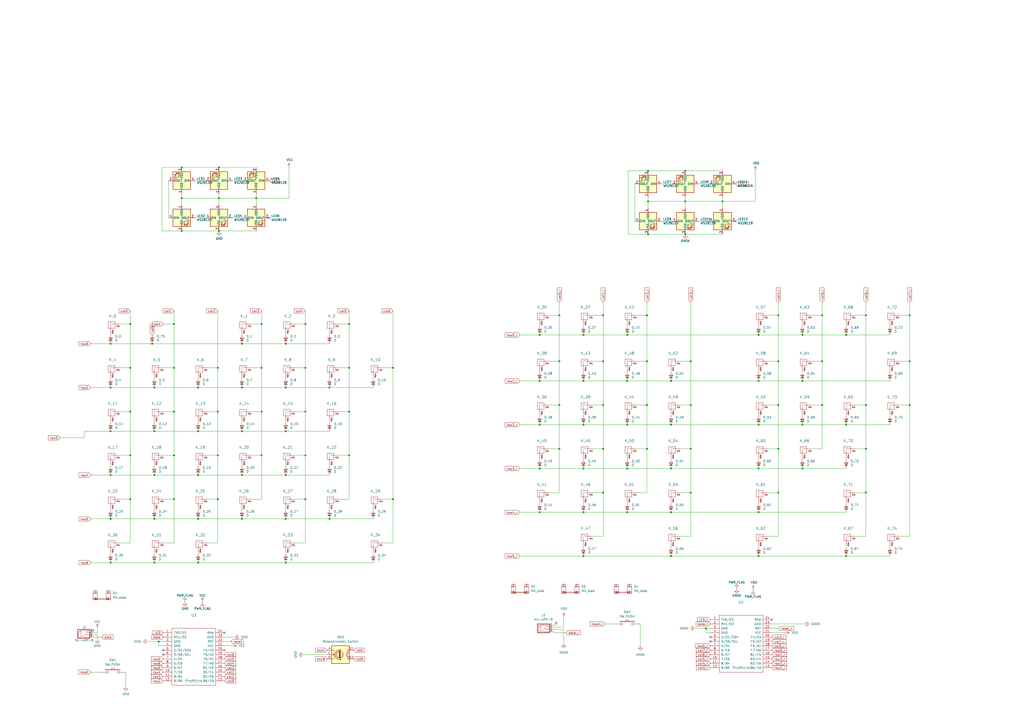
<source format=kicad_sch>
(kicad_sch (version 20230121) (generator eeschema)
  (paper "A2")
  (title_block (title "Fatotesa Split Keyboard") (rev "1") (company "www.fatotesa.se"))
  (junction (at 397.51 116.84))
  (junction (at 324.485 260.35))
  (junction (at 202.565 264.16))
  (junction (at 100.965 187.96))
  (junction (at 409.575 364.49))
  (junction (at 89.535 326.39))
  (junction (at 127 97.155))
  (junction (at 419.1 116.84))
  (junction (at 400.685 260.35))
  (junction (at 89.535 250.19))
  (junction (at 89.535 224.79))
  (junction (at 375.285 260.35))
  (junction (at 140.335 250.19))
  (junction (at 338.455 220.98))
  (junction (at 165.735 326.39))
  (junction (at 451.485 285.75))
  (junction (at 126.365 213.36))
  (junction (at 114.935 300.99))
  (junction (at 502.285 260.35))
  (junction (at 375.285 182.88))
  (junction (at 363.855 297.18))
  (junction (at 140.335 275.59))
  (junction (at 324.485 182.88))
  (junction (at 451.485 182.88))
  (junction (at 148.59 114.935))
  (junction (at 375.285 234.95))
  (junction (at 202.565 213.36))
  (junction (at 375.92 99.06))
  (junction (at 389.255 322.58))
  (junction (at 126.365 264.16))
  (junction (at 324.485 234.95))
  (junction (at 151.765 187.96))
  (junction (at 502.285 285.75))
  (junction (at 227.965 289.56))
  (junction (at 389.255 220.98))
  (junction (at 502.285 234.95))
  (junction (at 75.565 238.76))
  (junction (at 177.165 238.76))
  (junction (at 105.41 133.985))
  (junction (at 126.365 238.76))
  (junction (at 349.885 285.75))
  (junction (at 375.285 209.55))
  (junction (at 349.885 209.55))
  (junction (at 451.485 209.55))
  (junction (at 440.055 194.31))
  (junction (at 502.285 182.88))
  (junction (at 313.055 194.31))
  (junction (at 202.565 238.76))
  (junction (at 527.685 182.88))
  (junction (at 338.455 194.31))
  (junction (at 389.255 246.38))
  (junction (at 177.165 213.36))
  (junction (at 397.51 135.89))
  (junction (at 465.455 246.38))
  (junction (at 165.735 224.79))
  (junction (at 165.735 199.39))
  (junction (at 100.965 238.76))
  (junction (at 202.565 187.96))
  (junction (at 165.735 250.19))
  (junction (at 313.055 246.38))
  (junction (at 140.335 199.39))
  (junction (at 89.535 275.59))
  (junction (at 127 133.985))
  (junction (at 75.565 213.36))
  (junction (at 349.885 260.35))
  (junction (at 75.565 264.16))
  (junction (at 177.165 187.96))
  (junction (at 313.055 220.98))
  (junction (at 151.765 264.16))
  (junction (at 400.685 234.95))
  (junction (at 227.965 213.36))
  (junction (at 527.685 209.55))
  (junction (at 191.135 224.79))
  (junction (at 88.265 199.39))
  (junction (at 363.855 220.98))
  (junction (at 338.455 322.58))
  (junction (at 105.41 97.155))
  (junction (at 476.885 182.88))
  (junction (at 177.165 264.16))
  (junction (at 338.455 297.18))
  (junction (at 105.41 114.935))
  (junction (at 114.935 250.19))
  (junction (at 89.535 300.99))
  (junction (at 114.935 326.39))
  (junction (at 64.135 224.79))
  (junction (at 64.135 300.99))
  (junction (at 165.735 300.99))
  (junction (at 400.685 285.75))
  (junction (at 476.885 234.95))
  (junction (at 451.485 260.35))
  (junction (at 75.565 289.56))
  (junction (at 490.855 322.58))
  (junction (at 349.885 234.95))
  (junction (at 440.055 271.78))
  (junction (at 490.855 194.31))
  (junction (at 389.255 297.18))
  (junction (at 313.055 271.78))
  (junction (at 100.965 264.16))
  (junction (at 338.455 246.38))
  (junction (at 375.92 116.84))
  (junction (at 400.685 209.55))
  (junction (at 313.055 297.18))
  (junction (at 75.565 187.96))
  (junction (at 127 114.935))
  (junction (at 100.965 289.56))
  (junction (at 177.165 289.56))
  (junction (at 151.765 238.76))
  (junction (at 338.455 271.78))
  (junction (at 165.735 275.59))
  (junction (at 375.92 135.89))
  (junction (at 465.455 194.31))
  (junction (at 349.885 182.88))
  (junction (at 465.455 271.78))
  (junction (at 64.135 275.59))
  (junction (at 140.335 300.99))
  (junction (at 465.455 220.98))
  (junction (at 191.135 300.99))
  (junction (at 324.485 209.55))
  (junction (at 64.135 199.39))
  (junction (at 64.135 250.19))
  (junction (at 114.935 275.59))
  (junction (at 389.255 271.78))
  (junction (at 440.055 322.58))
  (junction (at 126.365 289.56))
  (junction (at 451.485 234.95))
  (junction (at 476.885 209.55))
  (junction (at 64.135 326.39))
  (junction (at 490.855 246.38))
  (junction (at 140.335 224.79))
  (junction (at 440.055 246.38))
  (junction (at 114.935 224.79))
  (junction (at 363.855 194.31))
  (junction (at 363.855 271.78))
  (junction (at 397.51 99.06))
  (junction (at 151.765 213.36))
  (junction (at 100.965 213.36))
  (junction (at 92.075 372.11))
  (junction (at 363.855 246.38))
  (junction (at 440.055 220.98))
  (junction (at 527.685 234.95))
  (junction (at 440.055 297.18))
  (no_connect (at 130.175 377.19))
  (no_connect (at 412.115 369.57))
  (no_connect (at 412.115 372.11))
  (no_connect (at 426.72 128.27))
  (no_connect (at 94.615 379.73))
  (no_connect (at 322.58 361.315))
  (no_connect (at 156.21 126.365))
  (no_connect (at 130.175 367.03))
  (no_connect (at 94.615 377.19))
  (no_connect (at 447.675 359.41))
  (no_connect (at 53.975 365.76))
  (wire (pts (xy 165.735 326.39) (xy 216.535 326.39)))
  (wire (pts (xy 165.735 250.19) (xy 191.135 250.19)))
  (wire (pts (xy 177.165 187.96) (xy 177.165 213.36)))
  (wire (pts (xy 490.855 322.58) (xy 516.255 322.58)))
  (wire (pts (xy 490.855 194.31) (xy 516.255 194.31)))
  (wire (pts (xy 148.59 112.395) (xy 148.59 114.935)))
  (wire (pts (xy 490.855 265.43) (xy 490.855 266.7)))
  (wire (pts (xy 440.055 297.18) (xy 490.855 297.18)))
  (wire (pts (xy 338.455 187.96) (xy 338.455 189.23)))
  (wire (pts (xy 75.565 289.56) (xy 75.565 264.16)))
  (wire (pts (xy 419.1 116.84) (xy 419.1 120.65)))
  (wire (pts (xy 126.365 213.36) (xy 126.365 238.76)))
  (wire (pts (xy 389.89 106.68) (xy 383.54 106.68)))
  (wire (pts (xy 445.135 234.95) (xy 451.485 234.95)))
  (wire (pts (xy 64.135 199.39) (xy 88.265 199.39)))
  (wire (pts (xy 470.535 209.55) (xy 476.885 209.55)))
  (wire (pts (xy 368.935 260.35) (xy 375.285 260.35)))
  (wire (pts (xy 301.625 194.31) (xy 313.055 194.31)))
  (wire (pts (xy 338.455 240.03) (xy 338.455 241.3)))
  (wire (pts (xy 105.41 133.985) (xy 127 133.985)))
  (wire (pts (xy 349.885 175.26) (xy 349.885 182.88)))
  (wire (pts (xy 64.135 275.59) (xy 89.535 275.59)))
  (wire (pts (xy 397.51 135.89) (xy 419.1 135.89)))
  (wire (pts (xy 53.975 368.3) (xy 56.515 368.3)))
  (wire (pts (xy 349.885 209.55) (xy 349.885 234.95)))
  (wire (pts (xy 127 114.935) (xy 127 118.745)))
  (wire (pts (xy 114.935 243.84) (xy 114.935 245.11)))
  (wire (pts (xy 140.335 275.59) (xy 165.735 275.59)))
  (wire (pts (xy 465.455 271.78) (xy 490.855 271.78)))
  (wire (pts (xy 368.935 182.88) (xy 375.285 182.88)))
  (wire (pts (xy 191.135 193.04) (xy 191.135 194.31)))
  (wire (pts (xy 400.685 260.35) (xy 400.685 285.75)))
  (wire (pts (xy 170.815 314.96) (xy 177.165 314.96)))
  (wire (pts (xy 318.135 285.75) (xy 324.485 285.75)))
  (wire (pts (xy 85.725 372.11) (xy 92.075 372.11)))
  (wire (pts (xy 151.765 264.16) (xy 151.765 289.56)))
  (wire (pts (xy 52.705 326.39) (xy 64.135 326.39)))
  (wire (pts (xy 322.58 361.315) (xy 322.58 362.585)))
  (wire (pts (xy 177.165 314.96) (xy 177.165 289.56)))
  (wire (pts (xy 389.255 265.43) (xy 389.255 266.7)))
  (wire (pts (xy 375.285 260.35) (xy 375.285 285.75)))
  (wire (pts (xy 165.735 275.59) (xy 191.135 275.59)))
  (wire (pts (xy 126.365 180.34) (xy 126.365 213.36)))
  (wire (pts (xy 196.215 264.16) (xy 202.565 264.16)))
  (wire (pts (xy 140.335 224.79) (xy 165.735 224.79)))
  (wire (pts (xy 177.165 180.34) (xy 177.165 187.96)))
  (wire (pts (xy 97.79 104.775) (xy 97.79 126.365)))
  (wire (pts (xy 495.935 260.35) (xy 502.285 260.35)))
  (wire (pts (xy 394.335 311.15) (xy 400.685 311.15)))
  (wire (pts (xy 394.335 209.55) (xy 400.685 209.55)))
  (wire (pts (xy 364.49 99.06) (xy 364.49 135.89)))
  (wire (pts (xy 338.455 265.43) (xy 338.455 266.7)))
  (wire (pts (xy 476.885 182.88) (xy 476.885 209.55)))
  (wire (pts (xy 445.135 209.55) (xy 451.485 209.55)))
  (wire (pts (xy 140.335 193.04) (xy 140.335 194.31)))
  (wire (pts (xy 313.055 290.83) (xy 313.055 292.1)))
  (wire (pts (xy 363.855 214.63) (xy 363.855 215.9)))
  (wire (pts (xy 349.885 260.35) (xy 349.885 285.75)))
  (wire (pts (xy 170.815 187.96) (xy 177.165 187.96)))
  (wire (pts (xy 221.615 213.36) (xy 227.965 213.36)))
  (wire (pts (xy 48.895 254) (xy 48.895 250.19)))
  (wire (pts (xy 397.51 99.06) (xy 375.92 99.06)))
  (wire (pts (xy 52.705 275.59) (xy 64.135 275.59)))
  (wire (pts (xy 389.255 297.18) (xy 440.055 297.18)))
  (wire (pts (xy 465.455 265.43) (xy 465.455 266.7)))
  (wire (pts (xy 114.935 294.64) (xy 114.935 295.91)))
  (wire (pts (xy 465.455 240.03) (xy 465.455 241.3)))
  (wire (pts (xy 338.455 246.38) (xy 363.855 246.38)))
  (wire (pts (xy 88.265 199.39) (xy 140.335 199.39)))
  (wire (pts (xy 400.685 285.75) (xy 400.685 311.15)))
  (wire (pts (xy 196.215 238.76) (xy 202.565 238.76)))
  (wire (pts (xy 343.535 311.15) (xy 349.885 311.15)))
  (wire (pts (xy 502.285 175.26) (xy 502.285 182.88)))
  (wire (pts (xy 313.055 265.43) (xy 313.055 266.7)))
  (wire (pts (xy 368.3 106.68) (xy 368.3 128.27)))
  (wire (pts (xy 202.565 213.36) (xy 202.565 238.76)))
  (wire (pts (xy 221.615 289.56) (xy 227.965 289.56)))
  (wire (pts (xy 75.565 314.96) (xy 75.565 289.56)))
  (wire (pts (xy 191.135 300.99) (xy 216.535 300.99)))
  (wire (pts (xy 338.455 316.23) (xy 338.455 317.5)))
  (wire (pts (xy 89.535 300.99) (xy 114.935 300.99)))
  (wire (pts (xy 64.135 193.04) (xy 64.135 194.31)))
  (wire (pts (xy 165.735 218.44) (xy 165.735 219.71)))
  (wire (pts (xy 440.055 187.96) (xy 440.055 189.23)))
  (wire (pts (xy 34.925 254) (xy 48.895 254)))
  (wire (pts (xy 476.885 175.26) (xy 476.885 182.88)))
  (wire (pts (xy 324.485 175.26) (xy 324.485 182.88)))
  (wire (pts (xy 175.895 379.73) (xy 189.865 379.73)))
  (wire (pts (xy 64.135 294.64) (xy 64.135 295.91)))
  (wire (pts (xy 170.815 213.36) (xy 177.165 213.36)))
  (wire (pts (xy 363.855 246.38) (xy 389.255 246.38)))
  (wire (pts (xy 94.615 238.76) (xy 100.965 238.76)))
  (wire (pts (xy 438.15 116.84) (xy 438.15 99.06)))
  (wire (pts (xy 64.135 300.99) (xy 89.535 300.99)))
  (wire (pts (xy 59.055 369.57) (xy 53.975 369.57)))
  (wire (pts (xy 165.735 193.04) (xy 165.735 194.31)))
  (wire (pts (xy 521.335 209.55) (xy 527.685 209.55)))
  (wire (pts (xy 521.335 234.95) (xy 527.685 234.95)))
  (wire (pts (xy 343.535 182.88) (xy 349.885 182.88)))
  (wire (pts (xy 165.735 294.64) (xy 165.735 295.91)))
  (wire (pts (xy 75.565 264.16) (xy 75.565 238.76)))
  (wire (pts (xy 69.215 289.56) (xy 75.565 289.56)))
  (wire (pts (xy 89.535 224.79) (xy 114.935 224.79)))
  (wire (pts (xy 521.335 311.15) (xy 527.685 311.15)))
  (wire (pts (xy 94.615 314.96) (xy 100.965 314.96)))
  (wire (pts (xy 400.685 209.55) (xy 400.685 234.95)))
  (wire (pts (xy 405.13 128.27) (xy 411.48 128.27)))
  (wire (pts (xy 165.735 320.04) (xy 165.735 321.31)))
  (wire (pts (xy 389.255 240.03) (xy 389.255 241.3)))
  (wire (pts (xy 445.135 182.88) (xy 451.485 182.88)))
  (wire (pts (xy 490.855 240.03) (xy 490.855 241.3)))
  (wire (pts (xy 148.59 97.155) (xy 127 97.155)))
  (wire (pts (xy 191.135 224.79) (xy 216.535 224.79)))
  (wire (pts (xy 371.475 361.95) (xy 371.475 374.65)))
  (wire (pts (xy 126.365 264.16) (xy 126.365 289.56)))
  (wire (pts (xy 196.215 289.56) (xy 202.565 289.56)))
  (wire (pts (xy 397.51 114.3) (xy 397.51 116.84)))
  (wire (pts (xy 75.565 187.96) (xy 75.565 213.36)))
  (wire (pts (xy 400.685 175.26) (xy 400.685 209.55)))
  (wire (pts (xy 465.455 214.63) (xy 465.455 215.9)))
  (wire (pts (xy 127 114.935) (xy 148.59 114.935)))
  (wire (pts (xy 521.335 182.88) (xy 527.685 182.88)))
  (wire (pts (xy 227.965 314.96) (xy 227.965 289.56)))
  (wire (pts (xy 476.885 234.95) (xy 476.885 209.55)))
  (wire (pts (xy 445.135 285.75) (xy 451.485 285.75)))
  (wire (pts (xy 216.535 218.44) (xy 216.535 219.71)))
  (wire (pts (xy 94.615 289.56) (xy 100.965 289.56)))
  (wire (pts (xy 490.855 246.38) (xy 516.255 246.38)))
  (wire (pts (xy 105.41 97.155) (xy 93.98 97.155)))
  (wire (pts (xy 140.335 269.24) (xy 140.335 270.51)))
  (wire (pts (xy 440.055 265.43) (xy 440.055 266.7)))
  (wire (pts (xy 368.935 285.75) (xy 375.285 285.75)))
  (wire (pts (xy 349.885 234.95) (xy 349.885 260.35)))
  (wire (pts (xy 94.615 264.16) (xy 100.965 264.16)))
  (wire (pts (xy 490.855 187.96) (xy 490.855 189.23)))
  (wire (pts (xy 394.335 234.95) (xy 400.685 234.95)))
  (wire (pts (xy 527.685 175.26) (xy 527.685 182.88)))
  (wire (pts (xy 64.135 326.39) (xy 89.535 326.39)))
  (wire (pts (xy 403.225 364.49) (xy 409.575 364.49)))
  (wire (pts (xy 301.625 246.38) (xy 313.055 246.38)))
  (wire (pts (xy 465.455 194.31) (xy 490.855 194.31)))
  (wire (pts (xy 527.685 311.15) (xy 527.685 234.95)))
  (wire (pts (xy 100.965 264.16) (xy 100.965 238.76)))
  (wire (pts (xy 321.31 366.395) (xy 321.31 367.03)))
  (wire (pts (xy 114.935 269.24) (xy 114.935 270.51)))
  (wire (pts (xy 140.335 300.99) (xy 165.735 300.99)))
  (wire (pts (xy 451.485 285.75) (xy 451.485 260.35)))
  (wire (pts (xy 64.135 218.44) (xy 64.135 219.71)))
  (wire (pts (xy 465.455 220.98) (xy 516.255 220.98)))
  (wire (pts (xy 100.965 289.56) (xy 100.965 264.16)))
  (wire (pts (xy 92.075 374.65) (xy 92.075 372.11)))
  (wire (pts (xy 140.335 250.19) (xy 165.735 250.19)))
  (wire (pts (xy 75.565 238.76) (xy 75.565 213.36)))
  (wire (pts (xy 363.855 271.78) (xy 389.255 271.78)))
  (wire (pts (xy 93.98 97.155) (xy 93.98 133.985)))
  (wire (pts (xy 196.215 187.96) (xy 202.565 187.96)))
  (wire (pts (xy 516.255 214.63) (xy 516.255 215.9)))
  (wire (pts (xy 397.51 116.84) (xy 397.51 120.65)))
  (wire (pts (xy 389.255 271.78) (xy 440.055 271.78)))
  (wire (pts (xy 313.055 220.98) (xy 338.455 220.98)))
  (wire (pts (xy 495.935 182.88) (xy 502.285 182.88)))
  (wire (pts (xy 94.615 374.65) (xy 92.075 374.65)))
  (wire (pts (xy 145.415 264.16) (xy 151.765 264.16)))
  (wire (pts (xy 89.535 326.39) (xy 114.935 326.39)))
  (wire (pts (xy 445.135 260.35) (xy 451.485 260.35)))
  (wire (pts (xy 301.625 271.78) (xy 313.055 271.78)))
  (wire (pts (xy 145.415 213.36) (xy 151.765 213.36)))
  (wire (pts (xy 151.765 187.96) (xy 151.765 213.36)))
  (wire (pts (xy 451.485 364.49) (xy 447.675 364.49)))
  (wire (pts (xy 516.255 316.23) (xy 516.255 317.5)))
  (wire (pts (xy 120.015 213.36) (xy 126.365 213.36)))
  (wire (pts (xy 411.48 106.68) (xy 405.13 106.68)))
  (wire (pts (xy 324.485 260.35) (xy 324.485 285.75)))
  (wire (pts (xy 409.575 367.03) (xy 409.575 364.49)))
  (wire (pts (xy 327.025 365.125) (xy 327.025 373.38)))
  (wire (pts (xy 105.41 114.935) (xy 105.41 118.745)))
  (wire (pts (xy 64.135 243.84) (xy 64.135 245.11)))
  (wire (pts (xy 52.705 199.39) (xy 64.135 199.39)))
  (wire (pts (xy 364.49 135.89) (xy 375.92 135.89)))
  (wire (pts (xy 363.855 290.83) (xy 363.855 292.1)))
  (wire (pts (xy 114.935 218.44) (xy 114.935 219.71)))
  (wire (pts (xy 216.535 320.04) (xy 216.535 321.31)))
  (wire (pts (xy 375.92 99.06) (xy 364.49 99.06)))
  (wire (pts (xy 313.055 214.63) (xy 313.055 215.9)))
  (wire (pts (xy 191.135 269.24) (xy 191.135 270.51)))
  (wire (pts (xy 89.535 250.19) (xy 114.935 250.19)))
  (wire (pts (xy 53.975 367.03) (xy 56.515 367.03)))
  (wire (pts (xy 363.855 240.03) (xy 363.855 241.3)))
  (wire (pts (xy 126.365 314.96) (xy 126.365 289.56)))
  (wire (pts (xy 502.285 182.88) (xy 502.285 234.95)))
  (wire (pts (xy 445.135 311.15) (xy 451.485 311.15)))
  (wire (pts (xy 56.515 367.03) (xy 56.515 364.49)))
  (wire (pts (xy 383.54 128.27) (xy 389.89 128.27)))
  (wire (pts (xy 447.675 367.03) (xy 455.295 367.03)))
  (wire (pts (xy 389.255 246.38) (xy 440.055 246.38)))
  (wire (pts (xy 140.335 243.84) (xy 140.335 245.11)))
  (wire (pts (xy 64.135 269.24) (xy 64.135 270.51)))
  (wire (pts (xy 313.055 246.38) (xy 338.455 246.38)))
  (wire (pts (xy 140.335 218.44) (xy 140.335 219.71)))
  (wire (pts (xy 375.285 175.26) (xy 375.285 182.88)))
  (wire (pts (xy 419.1 99.06) (xy 397.51 99.06)))
  (wire (pts (xy 527.685 182.88) (xy 527.685 209.55)))
  (wire (pts (xy 134.62 126.365) (xy 140.97 126.365)))
  (wire (pts (xy 451.485 260.35) (xy 451.485 234.95)))
  (wire (pts (xy 389.255 316.23) (xy 389.255 317.5)))
  (wire (pts (xy 440.055 194.31) (xy 465.455 194.31)))
  (wire (pts (xy 170.815 289.56) (xy 177.165 289.56)))
  (wire (pts (xy 191.135 243.84) (xy 191.135 245.11)))
  (wire (pts (xy 368.935 209.55) (xy 375.285 209.55)))
  (wire (pts (xy 502.285 285.75) (xy 502.285 311.15)))
  (wire (pts (xy 389.255 220.98) (xy 440.055 220.98)))
  (wire (pts (xy 451.485 182.88) (xy 451.485 209.55)))
  (wire (pts (xy 114.935 275.59) (xy 140.335 275.59)))
  (wire (pts (xy 93.98 133.985) (xy 105.41 133.985)))
  (wire (pts (xy 64.135 320.04) (xy 64.135 321.31)))
  (wire (pts (xy 191.135 294.64) (xy 191.135 295.91)))
  (wire (pts (xy 465.455 246.38) (xy 490.855 246.38)))
  (wire (pts (xy 202.565 264.16) (xy 202.565 289.56)))
  (wire (pts (xy 64.135 250.19) (xy 89.535 250.19)))
  (wire (pts (xy 52.705 224.79) (xy 64.135 224.79)))
  (wire (pts (xy 120.015 314.96) (xy 126.365 314.96)))
  (wire (pts (xy 167.64 114.935) (xy 167.64 97.155)))
  (wire (pts (xy 343.535 260.35) (xy 349.885 260.35)))
  (wire (pts (xy 89.535 294.64) (xy 89.535 295.91)))
  (wire (pts (xy 140.335 199.39) (xy 165.735 199.39)))
  (wire (pts (xy 313.055 297.18) (xy 338.455 297.18)))
  (wire (pts (xy 52.705 300.99) (xy 64.135 300.99)))
  (wire (pts (xy 127 112.395) (xy 127 114.935)))
  (wire (pts (xy 301.625 322.58) (xy 338.455 322.58)))
  (wire (pts (xy 516.255 187.96) (xy 516.255 189.23)))
  (wire (pts (xy 447.675 361.95) (xy 466.725 361.95)))
  (wire (pts (xy 145.415 187.96) (xy 151.765 187.96)))
  (wire (pts (xy 470.535 260.35) (xy 476.885 260.35)))
  (wire (pts (xy 363.855 194.31) (xy 440.055 194.31)))
  (wire (pts (xy 135.89 369.57) (xy 130.175 369.57)))
  (wire (pts (xy 89.535 320.04) (xy 89.535 321.31)))
  (wire (pts (xy 313.055 240.03) (xy 313.055 241.3)))
  (wire (pts (xy 318.135 182.88) (xy 324.485 182.88)))
  (wire (pts (xy 363.855 187.96) (xy 363.855 189.23)))
  (wire (pts (xy 52.705 389.89) (xy 57.785 389.89)))
  (wire (pts (xy 327.025 363.855) (xy 320.675 363.855)))
  (wire (pts (xy 94.615 187.96) (xy 100.965 187.96)))
  (wire (pts (xy 165.735 269.24) (xy 165.735 270.51)))
  (wire (pts (xy 120.015 264.16) (xy 126.365 264.16)))
  (wire (pts (xy 324.485 182.88) (xy 324.485 209.55)))
  (wire (pts (xy 170.815 238.76) (xy 177.165 238.76)))
  (wire (pts (xy 318.135 209.55) (xy 324.485 209.55)))
  (wire (pts (xy 69.215 264.16) (xy 75.565 264.16)))
  (wire (pts (xy 69.215 213.36) (xy 75.565 213.36)))
  (wire (pts (xy 476.885 260.35) (xy 476.885 234.95)))
  (wire (pts (xy 375.92 116.84) (xy 397.51 116.84)))
  (wire (pts (xy 69.215 238.76) (xy 75.565 238.76)))
  (wire (pts (xy 327.025 358.14) (xy 327.025 363.855)))
  (wire (pts (xy 440.055 214.63) (xy 440.055 215.9)))
  (wire (pts (xy 502.285 260.35) (xy 502.285 234.95)))
  (wire (pts (xy 145.415 289.56) (xy 151.765 289.56)))
  (wire (pts (xy 338.455 290.83) (xy 338.455 292.1)))
  (wire (pts (xy 75.565 180.34) (xy 75.565 187.96)))
  (wire (pts (xy 148.59 114.935) (xy 167.64 114.935)))
  (wire (pts (xy 127 133.985) (xy 148.59 133.985)))
  (wire (pts (xy 73.025 398.145) (xy 73.025 389.89)))
  (wire (pts (xy 69.215 187.96) (xy 75.565 187.96)))
  (wire (pts (xy 451.485 234.95) (xy 451.485 209.55)))
  (wire (pts (xy 440.055 246.38) (xy 465.455 246.38)))
  (wire (pts (xy 48.895 250.19) (xy 64.135 250.19)))
  (wire (pts (xy 151.765 180.34) (xy 151.765 187.96)))
  (wire (pts (xy 394.335 260.35) (xy 400.685 260.35)))
  (wire (pts (xy 105.41 112.395) (xy 105.41 114.935)))
  (wire (pts (xy 375.285 234.95) (xy 375.285 260.35)))
  (wire (pts (xy 114.935 300.99) (xy 140.335 300.99)))
  (wire (pts (xy 338.455 297.18) (xy 363.855 297.18)))
  (wire (pts (xy 140.97 104.775) (xy 134.62 104.775)))
  (wire (pts (xy 191.135 218.44) (xy 191.135 219.71)))
  (wire (pts (xy 94.615 213.36) (xy 100.965 213.36)))
  (wire (pts (xy 89.535 269.24) (xy 89.535 270.51)))
  (wire (pts (xy 151.765 213.36) (xy 151.765 238.76)))
  (wire (pts (xy 165.735 300.99) (xy 191.135 300.99)))
  (wire (pts (xy 495.935 234.95) (xy 502.285 234.95)))
  (wire (pts (xy 113.03 126.365) (xy 119.38 126.365)))
  (wire (pts (xy 227.965 213.36) (xy 227.965 289.56)))
  (wire (pts (xy 89.535 218.44) (xy 89.535 219.71)))
  (wire (pts (xy 89.535 275.59) (xy 114.935 275.59)))
  (wire (pts (xy 313.055 187.96) (xy 313.055 189.23)))
  (wire (pts (xy 495.935 285.75) (xy 502.285 285.75)))
  (wire (pts (xy 409.575 364.49) (xy 412.115 364.49)))
  (wire (pts (xy 389.255 290.83) (xy 389.255 292.1)))
  (wire (pts (xy 375.92 116.84) (xy 375.92 120.65)))
  (wire (pts (xy 338.455 214.63) (xy 338.455 215.9)))
  (wire (pts (xy 502.285 285.75) (xy 502.285 260.35)))
  (wire (pts (xy 227.965 180.34) (xy 227.965 213.36)))
  (wire (pts (xy 419.1 114.3) (xy 419.1 116.84)))
  (wire (pts (xy 375.285 182.88) (xy 375.285 209.55)))
  (wire (pts (xy 196.215 213.36) (xy 202.565 213.36)))
  (wire (pts (xy 440.055 290.83) (xy 440.055 292.1)))
  (wire (pts (xy 177.165 213.36) (xy 177.165 238.76)))
  (wire (pts (xy 338.455 322.58) (xy 389.255 322.58)))
  (wire (pts (xy 338.455 194.31) (xy 363.855 194.31)))
  (wire (pts (xy 301.625 220.98) (xy 313.055 220.98)))
  (wire (pts (xy 394.335 285.75) (xy 400.685 285.75)))
  (wire (pts (xy 120.015 238.76) (xy 126.365 238.76)))
  (wire (pts (xy 451.485 311.15) (xy 451.485 285.75)))
  (wire (pts (xy 470.535 234.95) (xy 476.885 234.95)))
  (wire (pts (xy 114.935 320.04) (xy 114.935 321.31)))
  (wire (pts (xy 151.765 238.76) (xy 151.765 264.16)))
  (wire (pts (xy 313.055 271.78) (xy 338.455 271.78)))
  (wire (pts (xy 321.31 366.395) (xy 320.675 366.395)))
  (wire (pts (xy 105.41 114.935) (xy 127 114.935)))
  (wire (pts (xy 165.735 243.84) (xy 165.735 245.11)))
  (wire (pts (xy 145.415 238.76) (xy 151.765 238.76)))
  (wire (pts (xy 165.735 199.39) (xy 191.135 199.39)))
  (wire (pts (xy 465.455 187.96) (xy 465.455 189.23)))
  (wire (pts (xy 375.285 209.55) (xy 375.285 234.95)))
  (wire (pts (xy 320.675 365.125) (xy 327.025 365.125)))
  (wire (pts (xy 324.485 234.95) (xy 324.485 260.35)))
  (wire (pts (xy 64.135 224.79) (xy 89.535 224.79)))
  (wire (pts (xy 363.855 265.43) (xy 363.855 266.7)))
  (wire (pts (xy 343.535 234.95) (xy 349.885 234.95)))
  (wire (pts (xy 338.455 271.78) (xy 363.855 271.78)))
  (wire (pts (xy 89.535 243.84) (xy 89.535 245.11)))
  (wire (pts (xy 148.59 114.935) (xy 148.59 118.745)))
  (wire (pts (xy 100.965 187.96) (xy 100.965 213.36)))
  (wire (pts (xy 419.1 116.84) (xy 438.15 116.84)))
  (wire (pts (xy 318.135 260.35) (xy 324.485 260.35)))
  (wire (pts (xy 114.935 326.39) (xy 165.735 326.39)))
  (wire (pts (xy 389.255 214.63) (xy 389.255 215.9)))
  (wire (pts (xy 363.855 297.18) (xy 389.255 297.18)))
  (wire (pts (xy 397.51 116.84) (xy 419.1 116.84)))
  (wire (pts (xy 490.855 290.83) (xy 490.855 292.1)))
  (wire (pts (xy 320.675 362.585) (xy 322.58 362.585)))
  (wire (pts (xy 440.055 322.58) (xy 490.855 322.58)))
  (wire (pts (xy 495.935 311.15) (xy 502.285 311.15)))
  (wire (pts (xy 400.685 234.95) (xy 400.685 260.35)))
  (wire (pts (xy 440.055 316.23) (xy 440.055 317.5)))
  (wire (pts (xy 318.135 234.95) (xy 324.485 234.95)))
  (wire (pts (xy 120.015 289.56) (xy 126.365 289.56)))
  (wire (pts (xy 343.535 285.75) (xy 349.885 285.75)))
  (wire (pts (xy 321.31 367.03) (xy 328.295 367.03)))
  (wire (pts (xy 114.935 224.79) (xy 140.335 224.79)))
  (wire (pts (xy 126.365 238.76) (xy 126.365 264.16)))
  (wire (pts (xy 490.855 316.23) (xy 490.855 317.5)))
  (wire (pts (xy 343.535 209.55) (xy 349.885 209.55)))
  (wire (pts (xy 177.165 238.76) (xy 177.165 264.16)))
  (wire (pts (xy 527.685 209.55) (xy 527.685 234.95)))
  (wire (pts (xy 440.055 271.78) (xy 465.455 271.78)))
  (wire (pts (xy 69.215 314.96) (xy 75.565 314.96)))
  (wire (pts (xy 363.855 220.98) (xy 389.255 220.98)))
  (wire (pts (xy 202.565 180.34) (xy 202.565 187.96)))
  (wire (pts (xy 375.92 135.89) (xy 397.51 135.89)))
  (wire (pts (xy 177.165 264.16) (xy 177.165 289.56)))
  (wire (pts (xy 202.565 187.96) (xy 202.565 213.36)))
  (wire (pts (xy 389.255 322.58) (xy 440.055 322.58)))
  (wire (pts (xy 221.615 314.96) (xy 227.965 314.96)))
  (wire (pts (xy 368.935 234.95) (xy 375.285 234.95)))
  (wire (pts (xy 119.38 104.775) (xy 113.03 104.775)))
  (wire (pts (xy 470.535 182.88) (xy 476.885 182.88)))
  (wire (pts (xy 127 97.155) (xy 105.41 97.155)))
  (wire (pts (xy 516.255 240.03) (xy 516.255 241.3)))
  (wire (pts (xy 324.485 209.55) (xy 324.485 234.95)))
  (wire (pts (xy 170.815 264.16) (xy 177.165 264.16)))
  (wire (pts (xy 100.965 314.96) (xy 100.965 289.56)))
  (wire (pts (xy 100.965 238.76) (xy 100.965 213.36)))
  (wire (pts (xy 313.055 194.31) (xy 338.455 194.31)))
  (wire (pts (xy 140.335 294.64) (xy 140.335 295.91)))
  (wire (pts (xy 301.625 297.18) (xy 313.055 297.18)))
  (wire (pts (xy 440.055 220.98) (xy 465.455 220.98)))
  (wire (pts (xy 451.485 175.26) (xy 451.485 182.88)))
  (wire (pts (xy 202.565 238.76) (xy 202.565 264.16)))
  (wire (pts (xy 412.115 367.03) (xy 409.575 367.03)))
  (wire (pts (xy 216.535 294.64) (xy 216.535 295.91)))
  (wire (pts (xy 349.885 311.15) (xy 349.885 285.75)))
  (wire (pts (xy 375.92 114.3) (xy 375.92 116.84)))
  (wire (pts (xy 440.055 240.03) (xy 440.055 241.3)))
  (wire (pts (xy 134.62 374.65) (xy 130.175 374.65)))
  (wire (pts (xy 133.985 372.11) (xy 130.175 372.11)))
  (wire (pts (xy 114.935 250.19) (xy 140.335 250.19)))
  (wire (pts (xy 92.075 372.11) (xy 94.615 372.11)))
  (wire (pts (xy 100.965 180.34) (xy 100.965 187.96)))
  (wire (pts (xy 338.455 220.98) (xy 363.855 220.98)))
  (wire (pts (xy 56.515 368.3) (xy 56.515 370.84)))
  (wire (pts (xy 349.885 209.55) (xy 349.885 182.88)))
  (wire (pts (xy 351.155 361.95) (xy 356.235 361.95)))
  (wire (pts (xy 165.735 224.79) (xy 191.135 224.79)))
  (global_label "col0" (shape input) (at 75.565 180.34 180) (property "Intersheetrefs" "${INTERSHEET_REFS}" (effects hide)))
  (global_label "col3_r" (shape input) (at 412.115 387.35 180) (property "Intersheetrefs" "${INTERSHEET_REFS}" (effects hide)))
  (global_label "row1_r" (shape input) (at 301.625 220.98 180) (property "Intersheetrefs" "${INTERSHEET_REFS}" (effects hide)))
  (global_label "LED_r" (shape input) (at 412.115 359.41 180) (property "Intersheetrefs" "${INTERSHEET_REFS}" (effects hide)))
  (global_label "col3" (shape input) (at 151.765 180.34 180) (property "Intersheetrefs" "${INTERSHEET_REFS}" (effects hide)))
  (global_label "data_r" (shape input) (at 412.115 361.95 180) (property "Intersheetrefs" "${INTERSHEET_REFS}" (effects hide)))
  (global_label "col0" (shape input) (at 130.175 394.97 0) (property "Intersheetrefs" "${INTERSHEET_REFS}" (effects hide)))
  (global_label "row5" (shape input) (at 94.615 387.35 180) (property "Intersheetrefs" "${INTERSHEET_REFS}" (effects hide)))
  (global_label "rotB" (shape input) (at 88.265 194.31 90) (property "Intersheetrefs" "${INTERSHEET_REFS}" (effects hide)))
  (global_label "LED_r" (shape input) (at 426.72 106.68 0) (property "Intersheetrefs" "${INTERSHEET_REFS}" (effects hide)))
  (global_label "row0" (shape input) (at 52.705 199.39 180) (property "Intersheetrefs" "${INTERSHEET_REFS}" (effects hide)))
  (global_label "row0_r" (shape input) (at 412.115 374.65 180) (property "Intersheetrefs" "${INTERSHEET_REFS}" (effects hide)))
  (global_label "data_r" (shape input) (at 328.295 367.03 0) (property "Intersheetrefs" "${INTERSHEET_REFS}" (effects hide)))
  (global_label "col4" (shape input) (at 177.165 180.34 180) (property "Intersheetrefs" "${INTERSHEET_REFS}" (effects hide)))
  (global_label "row5_r" (shape input) (at 447.675 377.19 0) (property "Intersheetrefs" "${INTERSHEET_REFS}" (effects hide)))
  (global_label "row4_r" (shape input) (at 447.675 379.73 0) (property "Intersheetrefs" "${INTERSHEET_REFS}" (effects hide)))
  (global_label "col2" (shape input) (at 130.175 389.89 0) (property "Intersheetrefs" "${INTERSHEET_REFS}" (effects hide)))
  (global_label "row2_r" (shape input) (at 301.625 246.38 180) (property "Intersheetrefs" "${INTERSHEET_REFS}" (effects hide)))
  (global_label "col1_r" (shape input) (at 349.885 175.26 90) (property "Intersheetrefs" "${INTERSHEET_REFS}" (effects hide)))
  (global_label "row3" (shape input) (at 34.925 254 180) (property "Intersheetrefs" "${INTERSHEET_REFS}" (effects hide)))
  (global_label "col4" (shape input) (at 130.175 384.81 0) (property "Intersheetrefs" "${INTERSHEET_REFS}" (effects hide)))
  (global_label "rotB" (shape input) (at 205.105 382.27 0) (property "Intersheetrefs" "${INTERSHEET_REFS}" (effects hide)))
  (global_label "encA" (shape input) (at 189.865 377.19 180) (property "Intersheetrefs" "${INTERSHEET_REFS}" (effects hide)))
  (global_label "row3" (shape input) (at 94.615 392.43 180) (property "Intersheetrefs" "${INTERSHEET_REFS}" (effects hide)))
  (global_label "col6" (shape input) (at 227.965 180.34 180) (property "Intersheetrefs" "${INTERSHEET_REFS}" (effects hide)))
  (global_label "col1" (shape input) (at 100.965 180.34 180) (property "Intersheetrefs" "${INTERSHEET_REFS}" (effects hide)))
  (global_label "col5_r" (shape input) (at 476.885 175.26 90) (property "Intersheetrefs" "${INTERSHEET_REFS}" (effects hide)))
  (global_label "row5_r" (shape input) (at 301.625 322.58 180) (property "Intersheetrefs" "${INTERSHEET_REFS}" (effects hide)))
  (global_label "encB" (shape input) (at 189.865 382.27 180) (property "Intersheetrefs" "${INTERSHEET_REFS}" (effects hide)))
  (global_label "reset" (shape input) (at 52.705 389.89 180) (property "Intersheetrefs" "${INTERSHEET_REFS}" (effects hide)))
  (global_label "col5" (shape input) (at 130.175 382.27 0) (property "Intersheetrefs" "${INTERSHEET_REFS}" (effects hide)))
  (global_label "row2" (shape input) (at 94.615 394.97 180) (property "Intersheetrefs" "${INTERSHEET_REFS}" (effects hide)))
  (global_label "row4" (shape input) (at 94.615 389.89 180) (property "Intersheetrefs" "${INTERSHEET_REFS}" (effects hide)))
  (global_label "col4_r" (shape input) (at 412.115 384.81 180) (property "Intersheetrefs" "${INTERSHEET_REFS}" (effects hide)))
  (global_label "LED" (shape input) (at 156.21 104.775 0) (property "Intersheetrefs" "${INTERSHEET_REFS}" (effects hide)))
  (global_label "row2_r" (shape input) (at 447.675 384.81 0) (property "Intersheetrefs" "${INTERSHEET_REFS}" (effects hide)))
  (global_label "data" (shape input) (at 59.055 369.57 0) (property "Intersheetrefs" "${INTERSHEET_REFS}" (effects hide)))
  (global_label "col1_r" (shape input) (at 447.675 372.11 0) (property "Intersheetrefs" "${INTERSHEET_REFS}" (effects hide)))
  (global_label "col6_r" (shape input) (at 412.115 379.73 180) (property "Intersheetrefs" "${INTERSHEET_REFS}" (effects hide)))
  (global_label "reset_r" (shape input) (at 351.155 361.95 180) (property "Intersheetrefs" "${INTERSHEET_REFS}" (effects hide)))
  (global_label "col0_r" (shape input) (at 324.485 175.26 90) (property "Intersheetrefs" "${INTERSHEET_REFS}" (effects hide)))
  (global_label "reset" (shape input) (at 133.985 372.11 0) (property "Intersheetrefs" "${INTERSHEET_REFS}" (effects hide)))
  (global_label "row5" (shape input) (at 52.705 300.99 180) (property "Intersheetrefs" "${INTERSHEET_REFS}" (effects hide)))
  (global_label "rotA" (shape input) (at 205.105 377.19 0) (property "Intersheetrefs" "${INTERSHEET_REFS}" (effects hide)))
  (global_label "row3_r" (shape input) (at 301.625 271.78 180) (property "Intersheetrefs" "${INTERSHEET_REFS}" (effects hide)))
  (global_label "col2" (shape input) (at 126.365 180.34 180) (property "Intersheetrefs" "${INTERSHEET_REFS}" (effects hide)))
  (global_label "row2" (shape input) (at 52.705 224.79 180) (property "Intersheetrefs" "${INTERSHEET_REFS}" (effects hide)))
  (global_label "col3_r" (shape input) (at 400.685 175.26 90) (property "Intersheetrefs" "${INTERSHEET_REFS}" (effects hide)))
  (global_label "col2_r" (shape input) (at 447.675 369.57 0) (property "Intersheetrefs" "${INTERSHEET_REFS}" (effects hide)))
  (global_label "col6" (shape input) (at 130.175 379.73 0) (property "Intersheetrefs" "${INTERSHEET_REFS}" (effects hide)))
  (global_label "col7_r" (shape input) (at 527.685 175.26 90) (property "Intersheetrefs" "${INTERSHEET_REFS}" (effects hide)))
  (global_label "row3_r" (shape input) (at 447.675 382.27 0) (property "Intersheetrefs" "${INTERSHEET_REFS}" (effects hide)))
  (global_label "row0" (shape input) (at 94.615 382.27 180) (property "Intersheetrefs" "${INTERSHEET_REFS}" (effects hide)))
  (global_label "col5_r" (shape input) (at 412.115 382.27 180) (property "Intersheetrefs" "${INTERSHEET_REFS}" (effects hide)))
  (global_label "col5" (shape input) (at 202.565 180.34 180) (property "Intersheetrefs" "${INTERSHEET_REFS}" (effects hide)))
  (global_label "col1" (shape input) (at 130.175 392.43 0) (property "Intersheetrefs" "${INTERSHEET_REFS}" (effects hide)))
  (global_label "col0_r" (shape input) (at 447.675 374.65 0) (property "Intersheetrefs" "${INTERSHEET_REFS}" (effects hide)))
  (global_label "row6" (shape input) (at 52.705 326.39 180) (property "Intersheetrefs" "${INTERSHEET_REFS}" (effects hide)))
  (global_label "row4_r" (shape input) (at 301.625 297.18 180) (property "Intersheetrefs" "${INTERSHEET_REFS}" (effects hide)))
  (global_label "col2_r" (shape input) (at 375.285 175.26 90) (property "Intersheetrefs" "${INTERSHEET_REFS}" (effects hide)))
  (global_label "row0_r" (shape input) (at 301.625 194.31 180) (property "Intersheetrefs" "${INTERSHEET_REFS}" (effects hide)))
  (global_label "col4_r" (shape input) (at 451.485 175.26 90) (property "Intersheetrefs" "${INTERSHEET_REFS}" (effects hide)))
  (global_label "row1_r" (shape input) (at 447.675 387.35 0) (property "Intersheetrefs" "${INTERSHEET_REFS}" (effects hide)))
  (global_label "col6_r" (shape input) (at 502.285 175.26 90) (property "Intersheetrefs" "${INTERSHEET_REFS}" (effects hide)))
  (global_label "row6" (shape input) (at 94.615 384.81 180) (property "Intersheetrefs" "${INTERSHEET_REFS}" (effects hide)))
  (global_label "data" (shape input) (at 94.615 369.57 180) (property "Intersheetrefs" "${INTERSHEET_REFS}" (effects hide)))
  (global_label "rotA" (shape input) (at 94.615 187.96 180) (property "Intersheetrefs" "${INTERSHEET_REFS}" (effects hide)))
  (global_label "reset_r" (shape input) (at 451.485 364.49 0) (property "Intersheetrefs" "${INTERSHEET_REFS}" (effects hide)))
  (global_label "col7_r" (shape input) (at 412.115 377.19 180) (property "Intersheetrefs" "${INTERSHEET_REFS}" (effects hide)))
  (global_label "col3" (shape input) (at 130.175 387.35 0) (property "Intersheetrefs" "${INTERSHEET_REFS}" (effects hide)))
  (global_label "LED" (shape input) (at 94.615 367.03 180) (property "Intersheetrefs" "${INTERSHEET_REFS}" (effects hide)))
  (global_label "row4" (shape input) (at 52.705 275.59 180) (property "Intersheetrefs" "${INTERSHEET_REFS}" (effects hide)))
  (symbol (lib_id "Device:D_Small") (at 89.535 247.65 90) (unit 1)
    (property "Reference" "D_12" (at 92.075 245.872 90) (effects (justify right)))
    (property "Value" "D" (at 92.075 248.158 90) (effects (justify right)))
    (property "Footprint" "Corne:D3_TH_SMD_v2" (effects hide))
  )
  (symbol (lib_id "Device:D_Small") (at 191.135 273.05 90) (unit 1)
    (property "Reference" "D_22" (at 193.675 271.272 90) (effects (justify right)))
    (property "Value" "D" (at 193.675 273.558 90) (effects (justify right)))
    (property "Footprint" "Corne:D3_TH_SMD_v2" (effects hide))
  )
  (symbol (lib_id "MX_Alps_Hybrid:MX-NoLED") (at 339.725 287.02 0) (unit 1)
    (property "Reference" "K_46" (at 339.725 281.1018 0) (effects (font (size 1.524 1.524))))
    (property "Value" "KEYSW" (effects hide))
    (property "Footprint" "PCM_marbastlib-mx:SW_MX_1u" (effects hide))
  )
  (symbol (lib_id "Device:D_Small") (at 114.935 247.65 90) (unit 1)
    (property "Reference" "D_13" (at 117.475 245.872 90) (effects (justify right)))
    (property "Value" "D" (at 117.475 248.158 90) (effects (justify right)))
    (property "Footprint" "Corne:D3_TH_SMD_v2" (effects hide))
  )
  (symbol (lib_id "power:GND") (at 135.89 369.57 90) (unit 1)
    (property "Reference" "#PWR03" (effects hide))
    (property "Value" "GND" (at 139.7 369.57 90) (effects (justify right)))
  )
  (symbol (lib_id "MX_Alps_Hybrid:MX-NoLED") (at 217.805 214.63 0) (unit 1)
    (property "Reference" "K_10" (at 217.805 208.7118 0) (effects (font (size 1.524 1.524))))
    (property "Value" "KEYSW" (effects hide))
    (property "Footprint" "PCM_marbastlib-mx:SW_MX_1u" (effects hide))
  )
  (symbol (lib_id "Device:D_Small") (at 338.455 320.04 90) (unit 1)
    (property "Reference" "D_47" (at 340.995 318.262 90) (effects (justify right)))
    (property "Value" "D" (at 340.995 320.548 90) (effects (justify right)))
    (property "Footprint" "Corne:D3_TH_SMD_v2" (effects hide))
  )
  (symbol (lib_id "LED:WS2812B") (at 419.1 128.27 0) (unit 1)
    (property "Reference" "LED12" (at 427.8376 127.1016 0) (effects (justify left)))
    (property "Value" "WS2812B" (at 427.8376 129.413 0) (effects (justify left)))
    (property "Footprint" "LED_SMD:LED_WS2812B_PLCC4_5.0x5.0mm_P3.2mm" (effects hide))
    (property "Datasheet" "https://cdn-shop.adafruit.com/datasheets/WS2812B.pdf" (effects hide))
  )
  (symbol (lib_id "Device:D_Small") (at 88.265 196.85 90) (unit 1)
    (property "Reference" "D_75" (at 90.805 195.072 90) (effects (justify right)))
    (property "Value" "D" (at 90.805 197.358 90) (effects (justify right)))
    (property "Footprint" "Corne:D3_TH_SMD_v2" (effects hide))
  )
  (symbol (lib_id "MX_Alps_Hybrid:MX-NoLED") (at 65.405 214.63 0) (unit 1)
    (property "Reference" "K_4" (at 65.405 208.7118 0) (effects (font (size 1.524 1.524))))
    (property "Value" "KEYSW" (effects hide))
    (property "Footprint" "PCM_marbastlib-mx:SW_MX_1u" (effects hide))
  )
  (symbol (lib_id "Corne:ProMicro") (at 112.395 381 0) (unit 1)
    (property "Reference" "U3" (at 112.395 356.87 0) (effects (font (size 1.524 1.524))))
    (property "Value" "ProMicro" (at 112.395 394.97 0) (effects (font (size 1.524 1.524))))
    (property "Footprint" "Corne:ProMicro_v3" (effects hide))
  )
  (symbol (lib_id "Device:D_Small") (at 114.935 323.85 90) (unit 1)
    (property "Reference" "D_32" (at 117.475 322.072 90) (effects (justify right)))
    (property "Value" "D" (at 117.475 324.358 90) (effects (justify right)))
    (property "Footprint" "Corne:D3_TH_SMD_v2" (effects hide))
  )
  (symbol (lib_id "MX_Alps_Hybrid:MX-NoLED") (at 192.405 214.63 0) (unit 1)
    (property "Reference" "K_9" (at 192.405 208.7118 0) (effects (font (size 1.524 1.524))))
    (property "Value" "KEYSW" (effects hide))
    (property "Footprint" "PCM_marbastlib-mx:SW_MX_1u" (effects hide))
  )
  (symbol (lib_id "MX_Alps_Hybrid:MX-NoLED") (at 365.125 210.82 0) (unit 1)
    (property "Reference" "K_48" (at 365.125 204.9018 0) (effects (font (size 1.524 1.524))))
    (property "Value" "KEYSW" (effects hide))
    (property "Footprint" "PCM_marbastlib-mx:SW_MX_1u" (effects hide))
  )
  (symbol (lib_id "MX_Alps_Hybrid:MX-NoLED") (at 90.805 290.83 0) (unit 1)
    (property "Reference" "K_24" (at 90.805 284.9118 0) (effects (font (size 1.524 1.524))))
    (property "Value" "KEYSW" (effects hide))
    (property "Footprint" "PCM_marbastlib-mx:SW_MX_1u" (effects hide))
  )
  (symbol (lib_id "MX_Alps_Hybrid:MX-NoLED") (at 517.525 184.15 0) (unit 1)
    (property "Reference" "K_72" (at 517.525 178.2318 0) (effects (font (size 1.524 1.524))))
    (property "Value" "KEYSW" (effects hide))
    (property "Footprint" "PCM_marbastlib-mx:SW_MX_1u" (effects hide))
  )
  (symbol (lib_id "MX_Alps_Hybrid:MX-NoLED") (at 339.725 236.22 0) (unit 1)
    (property "Reference" "K_39" (at 339.725 230.3018 0) (effects (font (size 1.524 1.524))))
    (property "Value" "KEYSW" (effects hide))
    (property "Footprint" "PCM_marbastlib-mx:SW_MX_1u" (effects hide))
  )
  (symbol (lib_id "MX_Alps_Hybrid:MX-NoLED") (at 167.005 240.03 0) (unit 1)
    (property "Reference" "K_15" (at 167.005 234.1118 0) (effects (font (size 1.524 1.524))))
    (property "Value" "KEYSW" (effects hide))
    (property "Footprint" "PCM_marbastlib-mx:SW_MX_1u" (effects hide))
  )
  (symbol (lib_id "Device:D_Small") (at 338.455 294.64 90) (unit 1)
    (property "Reference" "D_46" (at 340.995 292.862 90) (effects (justify right)))
    (property "Value" "D" (at 340.995 295.148 90) (effects (justify right)))
    (property "Footprint" "Corne:D3_TH_SMD_v2" (effects hide))
  )
  (symbol (lib_id "MX_Alps_Hybrid:MX-NoLED") (at 90.805 240.03 0) (unit 1)
    (property "Reference" "K_12" (at 90.805 234.1118 0) (effects (font (size 1.524 1.524))))
    (property "Value" "KEYSW" (effects hide))
    (property "Footprint" "PCM_marbastlib-mx:SW_MX_1u" (effects hide))
  )
  (symbol (lib_id "MX_Alps_Hybrid:MX-NoLED") (at 492.125 261.62 0) (unit 1)
    (property "Reference" "K_70" (at 492.125 255.7018 0) (effects (font (size 1.524 1.524))))
    (property "Value" "KEYSW" (effects hide))
    (property "Footprint" "PCM_marbastlib-mx:SW_MX_1u" (effects hide))
  )
  (symbol (lib_id "Device:D_Small") (at 114.935 298.45 90) (unit 1)
    (property "Reference" "D_25" (at 117.475 296.672 90) (effects (justify right)))
    (property "Value" "D" (at 117.475 298.958 90) (effects (justify right)))
    (property "Footprint" "Corne:D3_TH_SMD_v2" (effects hide))
  )
  (symbol (lib_id "MX_Alps_Hybrid:MX-NoLED") (at 314.325 287.02 0) (unit 1)
    (property "Reference" "K_41" (at 314.325 281.1018 0) (effects (font (size 1.524 1.524))))
    (property "Value" "KEYSW" (effects hide))
    (property "Footprint" "PCM_marbastlib-mx:SW_MX_1u" (effects hide))
  )
  (symbol (lib_id "Device:D_Small") (at 89.535 323.85 90) (unit 1)
    (property "Reference" "D_31" (at 92.075 322.072 90) (effects (justify right)))
    (property "Value" "D" (at 92.075 324.358 90) (effects (justify right)))
    (property "Footprint" "Corne:D3_TH_SMD_v2" (effects hide))
  )
  (symbol (lib_id "MX_Alps_Hybrid:MX-NoLED") (at 390.525 210.82 0) (unit 1)
    (property "Reference" "K_52" (at 390.525 204.9018 0) (effects (font (size 1.524 1.524))))
    (property "Value" "KEYSW" (effects hide))
    (property "Footprint" "PCM_marbastlib-mx:SW_MX_1u" (effects hide))
  )
  (symbol (lib_id "MX_Alps_Hybrid:MX-NoLED") (at 65.405 240.03 0) (unit 1)
    (property "Reference" "K_11" (at 65.405 234.1118 0) (effects (font (size 1.524 1.524))))
    (property "Value" "KEYSW" (effects hide))
    (property "Footprint" "PCM_marbastlib-mx:SW_MX_1.5u" (effects hide))
  )
  (symbol (lib_id "power:VDD") (at 327.025 358.14 0) (unit 1)
    (property "Reference" "#PWR08" (effects hide))
    (property "Value" "VDD" (at 327.025 353.06 0))
  )
  (symbol (lib_id "MX_Alps_Hybrid:MX-NoLED") (at 517.525 210.82 0) (unit 1)
    (property "Reference" "K_69" (at 517.525 204.9018 0) (effects (font (size 1.524 1.524))))
    (property "Value" "KEYSW" (effects hide))
    (property "Footprint" "PCM_marbastlib-mx:SW_MX_1u" (effects hide))
  )
  (symbol (lib_id "MX_Alps_Hybrid:MX-NoLED") (at 141.605 240.03 0) (unit 1)
    (property "Reference" "K_14" (at 141.605 234.1118 0) (effects (font (size 1.524 1.524))))
    (property "Value" "KEYSW" (effects hide))
    (property "Footprint" "PCM_marbastlib-mx:SW_MX_1u" (effects hide))
  )
  (symbol (lib_id "MX_Alps_Hybrid:MX-NoLED") (at 339.725 312.42 0) (unit 1)
    (property "Reference" "K_47" (at 339.725 306.5018 0) (effects (font (size 1.524 1.524))))
    (property "Value" "KEYSW" (effects hide))
    (property "Footprint" "PCM_marbastlib-mx:SW_MX_1u" (effects hide))
  )
  (symbol (lib_id "MX_Alps_Hybrid:MX-NoLED") (at 441.325 184.15 0) (unit 1)
    (property "Reference" "K_57" (at 441.325 178.2318 0) (effects (font (size 1.524 1.524))))
    (property "Value" "KEYSW" (effects hide))
    (property "Footprint" "PCM_marbastlib-mx:SW_MX_1u" (effects hide))
  )
  (symbol (lib_id "power:GND") (at 127 133.985 0) (unit 1)
    (property "Reference" "#PWR018" (effects hide))
    (property "Value" "GND" (at 127.127 138.3792 0))
  )
  (symbol (lib_id "MX_Alps_Hybrid:MX-NoLED") (at 141.605 265.43 0) (unit 1)
    (property "Reference" "K_20" (at 141.605 259.5118 0) (effects (font (size 1.524 1.524))))
    (property "Value" "KEYSW" (effects hide))
    (property "Footprint" "PCM_marbastlib-mx:SW_MX_1u" (effects hide))
  )
  (symbol (lib_id "LED:WS2812B") (at 375.92 106.68 180) (unit 1)
    (property "Reference" "LED7" (at 384.6576 105.5116 0) (effects (justify right)))
    (property "Value" "WS2812B" (at 384.6576 107.823 0) (effects (justify right)))
    (property "Footprint" "LED_SMD:LED_WS2812B_PLCC4_5.0x5.0mm_P3.2mm" (effects hide))
    (property "Datasheet" "https://cdn-shop.adafruit.com/datasheets/WS2812B.pdf" (effects hide))
  )
  (symbol (lib_id "LED:WS2812B") (at 127 104.775 180) (unit 1)
    (property "Reference" "LED3" (at 135.7376 103.6066 0) (effects (justify right)))
    (property "Value" "WS2812B" (at 135.7376 105.918 0) (effects (justify right)))
    (property "Footprint" "LED_SMD:LED_WS2812B_PLCC4_5.0x5.0mm_P3.2mm" (effects hide))
    (property "Datasheet" "https://cdn-shop.adafruit.com/datasheets/WS2812B.pdf" (effects hide))
  )
  (symbol (lib_id "MX_Alps_Hybrid:MX-NoLED") (at 441.325 236.22 0) (unit 1)
    (property "Reference" "K_53" (at 441.325 230.3018 0) (effects (font (size 1.524 1.524))))
    (property "Value" "KEYSW" (effects hide))
    (property "Footprint" "PCM_marbastlib-mx:SW_MX_1u" (effects hide))
  )
  (symbol (lib_id "Device:D_Small") (at 363.855 218.44 90) (unit 1)
    (property "Reference" "D_48" (at 366.395 216.662 90) (effects (justify right)))
    (property "Value" "D" (at 366.395 218.948 90) (effects (justify right)))
    (property "Footprint" "Corne:D3_TH_SMD_v2" (effects hide))
  )
  (symbol (lib_id "power:PWR_FLAG") (at 436.88 342.265 180) (unit 1)
    (property "Reference" "#FLG04" (effects hide))
    (property "Value" "PWR_FLAG" (at 436.88 346.075 0))
  )
  (symbol (lib_id "MX_Alps_Hybrid:MX-NoLED") (at 314.325 184.15 0) (unit 1)
    (property "Reference" "K_35" (at 314.325 178.2318 0) (effects (font (size 1.524 1.524))))
    (property "Value" "KEYSW" (effects hide))
    (property "Footprint" "PCM_marbastlib-mx:SW_MX_1u" (effects hide))
  )
  (symbol (lib_id "MX_Alps_Hybrid:MX-NoLED") (at 192.405 240.03 0) (unit 1)
    (property "Reference" "K_16" (at 192.405 234.1118 0) (effects (font (size 1.524 1.524))))
    (property "Value" "KEYSW" (effects hide))
    (property "Footprint" "PCM_marbastlib-mx:SW_MX_1u" (effects hide))
  )
  (symbol (lib_id "MX_Alps_Hybrid:MX-NoLED") (at 167.005 265.43 0) (unit 1)
    (property "Reference" "K_21" (at 167.005 259.5118 0) (effects (font (size 1.524 1.524))))
    (property "Value" "KEYSW" (effects hide))
    (property "Footprint" "PCM_marbastlib-mx:SW_MX_1u" (effects hide))
  )
  (symbol (lib_id "Device:D_Small") (at 440.055 294.64 90) (unit 1)
    (property "Reference" "D_61" (at 442.595 292.862 90) (effects (justify right)))
    (property "Value" "D" (at 442.595 295.148 90) (effects (justify right)))
    (property "Footprint" "Corne:D3_TH_SMD_v2" (effects hide))
  )
  (symbol (lib_id "Device:D_Small") (at 313.055 243.84 90) (unit 1)
    (property "Reference" "D_36" (at 315.595 242.062 90) (effects (justify right)))
    (property "Value" "D" (at 315.595 244.348 90) (effects (justify right)))
    (property "Footprint" "Corne:D3_TH_SMD_v2" (effects hide))
  )
  (symbol (lib_id "Device:D_Small") (at 64.135 247.65 90) (unit 1)
    (property "Reference" "D_11" (at 66.675 245.872 90) (effects (justify right)))
    (property "Value" "D" (at 66.675 248.158 90) (effects (justify right)))
    (property "Footprint" "Corne:D3_TH_SMD_v2" (effects hide))
  )
  (symbol (lib_id "Device:D_Small") (at 64.135 323.85 90) (unit 1)
    (property "Reference" "D_30" (at 66.675 322.072 90) (effects (justify right)))
    (property "Value" "D" (at 66.675 324.358 90) (effects (justify right)))
    (property "Footprint" "Corne:D3_TH_SMD_v2" (effects hide))
  )
  (symbol (lib_id "power:VCC") (at 56.515 364.49 0) (unit 1)
    (property "Reference" "#PWR01" (effects hide))
    (property "Value" "VCC" (at 56.515 360.68 0))
  )
  (symbol (lib_id "Device:D_Small") (at 338.455 243.84 90) (unit 1)
    (property "Reference" "D_39" (at 340.995 242.062 90) (effects (justify right)))
    (property "Value" "D" (at 340.995 244.348 90) (effects (justify right)))
    (property "Footprint" "Corne:D3_TH_SMD_v2" (effects hide))
  )
  (symbol (lib_id "Device:D_Small") (at 490.855 191.77 90) (unit 1)
    (property "Reference" "D_68" (at 493.395 189.992 90) (effects (justify right)))
    (property "Value" "D" (at 493.395 192.278 90) (effects (justify right)))
    (property "Footprint" "Corne:D3_TH_SMD_v2" (effects hide))
  )
  (symbol (lib_id "power:GNDA") (at 397.51 135.89 0) (unit 1)
    (property "Reference" "#PWR020" (effects hide))
    (property "Value" "GNDA" (at 397.51 139.7 0))
  )
  (symbol (lib_id "power:PWR_FLAG") (at 427.355 341.63 0) (unit 1)
    (property "Reference" "#FLG03" (effects hide))
    (property "Value" "PWR_FLAG" (at 427.355 337.82 0))
  )
  (symbol (lib_id "MX_Alps_Hybrid:MX-NoLED") (at 116.205 265.43 0) (unit 1)
    (property "Reference" "K_19" (at 116.205 259.5118 0) (effects (font (size 1.524 1.524))))
    (property "Value" "KEYSW" (effects hide))
    (property "Footprint" "PCM_marbastlib-mx:SW_MX_1u" (effects hide))
  )
  (symbol (lib_id "power:VDD") (at 438.15 99.06 0) (unit 1)
    (property "Reference" "#PWR021" (effects hide))
    (property "Value" "VDD" (at 438.5818 94.6658 0))
  )
  (symbol (lib_id "MX_Alps_Hybrid:MX-NoLED") (at 167.005 316.23 0) (unit 1)
    (property "Reference" "K_33" (at 167.005 310.3118 0) (effects (font (size 1.524 1.524))))
    (property "Value" "KEYSW" (effects hide))
    (property "Footprint" "PCM_marbastlib-mx:SW_MX_1.5u" (effects hide))
  )
  (symbol (lib_id "Device:D_Small") (at 490.855 243.84 90) (unit 1)
    (property "Reference" "D_65" (at 493.395 242.062 90) (effects (justify right)))
    (property "Value" "D" (at 493.395 244.348 90) (effects (justify right)))
    (property "Footprint" "Corne:D3_TH_SMD_v2" (effects hide))
  )
  (symbol (lib_id "MX_Alps_Hybrid:MX-NoLED") (at 441.325 210.82 0) (unit 1)
    (property "Reference" "K_58" (at 441.325 204.9018 0) (effects (font (size 1.524 1.524))))
    (property "Value" "KEYSW" (effects hide))
    (property "Footprint" "PCM_marbastlib-mx:SW_MX_1u" (effects hide))
  )
  (symbol (lib_id "PCM_marbastlib-mx:MX_stab") (at 301.625 341.63 0) (unit 1)
    (property "Reference" "S2" (at 307.975 340.233 0) (effects (justify left)))
    (property "Value" "MX_stab" (at 307.975 342.773 0) (effects (justify left)))
    (property "Footprint" "PCM_marbastlib-mx:STAB_MX_P_2u" (effects hide))
  )
  (symbol (lib_id "Device:D_Small") (at 165.735 196.85 90) (unit 1)
    (property "Reference" "D_2" (at 168.275 195.072 90) (effects (justify right)))
    (property "Value" "D" (at 168.275 197.358 90) (effects (justify right)))
    (property "Footprint" "Corne:D3_TH_SMD_v2" (effects hide))
  )
  (symbol (lib_id "MX_Alps_Hybrid:MX-NoLED") (at 365.125 261.62 0) (unit 1)
    (property "Reference" "K_50" (at 365.125 255.7018 0) (effects (font (size 1.524 1.524))))
    (property "Value" "KEYSW" (effects hide))
    (property "Footprint" "PCM_marbastlib-mx:SW_MX_1u" (effects hide))
  )
  (symbol (lib_id "Device:D_Small") (at 64.135 298.45 90) (unit 1)
    (property "Reference" "D_23" (at 66.675 296.672 90) (effects (justify right)))
    (property "Value" "D" (at 66.675 298.958 90) (effects (justify right)))
    (property "Footprint" "Corne:D3_TH_SMD_v2" (effects hide))
  )
  (symbol (lib_id "Corne:SW_PUSH") (at 65.405 389.89 0) (unit 1)
    (property "Reference" "SW1" (at 65.405 382.905 0))
    (property "Value" "SW_PUSH" (at 65.405 385.445 0))
    (property "Footprint" "Corne:ResetSW_1side" (effects hide))
  )
  (symbol (lib_id "Device:D_Small") (at 389.255 218.44 90) (unit 1)
    (property "Reference" "D_52" (at 391.795 216.662 90) (effects (justify right)))
    (property "Value" "D" (at 391.795 218.948 90) (effects (justify right)))
    (property "Footprint" "Corne:D3_TH_SMD_v2" (effects hide))
  )
  (symbol (lib_id "Device:D_Small") (at 490.855 269.24 90) (unit 1)
    (property "Reference" "D_70" (at 493.395 267.462 90) (effects (justify right)))
    (property "Value" "D" (at 493.395 269.748 90) (effects (justify right)))
    (property "Footprint" "Corne:D3_TH_SMD_v2" (effects hide))
  )
  (symbol (lib_id "Device:D_Small") (at 313.055 191.77 90) (unit 1)
    (property "Reference" "D_35" (at 315.595 189.992 90) (effects (justify right)))
    (property "Value" "D" (at 315.595 192.278 90) (effects (justify right)))
    (property "Footprint" "Corne:D3_TH_SMD_v2" (effects hide))
  )
  (symbol (lib_id "MX_Alps_Hybrid:MX-NoLED") (at 192.405 189.23 0) (unit 1)
    (property "Reference" "K_3" (at 192.405 183.3118 0) (effects (font (size 1.524 1.524))))
    (property "Value" "KEYSW" (effects hide))
    (property "Footprint" "PCM_marbastlib-mx:SW_MX_1u" (effects hide))
  )
  (symbol (lib_id "power:PWR_FLAG") (at 117.475 349.25 180) (unit 1)
    (property "Reference" "#FLG02" (effects hide))
    (property "Value" "PWR_FLAG" (at 117.475 353.06 0))
  )
  (symbol (lib_id "LED:WS2812B") (at 105.41 126.365 0) (unit 1)
    (property "Reference" "LED2" (at 114.1476 125.1966 0) (effects (justify left)))
    (property "Value" "WS2812B" (at 114.1476 127.508 0) (effects (justify left)))
    (property "Footprint" "LED_SMD:LED_WS2812B_PLCC4_5.0x5.0mm_P3.2mm" (effects hide))
    (property "Datasheet" "https://cdn-shop.adafruit.com/datasheets/WS2812B.pdf" (effects hide))
  )
  (symbol (lib_id "Device:D_Small") (at 216.535 298.45 90) (unit 1)
    (property "Reference" "D_29" (at 219.075 296.672 90) (effects (justify right)))
    (property "Value" "D" (at 219.075 298.958 90) (effects (justify right)))
    (property "Footprint" "Corne:D3_TH_SMD_v2" (effects hide))
  )
  (symbol (lib_id "Device:D_Small") (at 64.135 273.05 90) (unit 1)
    (property "Reference" "D_17" (at 66.675 271.272 90) (effects (justify right)))
    (property "Value" "D" (at 66.675 273.558 90) (effects (justify right)))
    (property "Footprint" "Corne:D3_TH_SMD_v2" (effects hide))
  )
  (symbol (lib_id "MX_Alps_Hybrid:MX-NoLED") (at 116.205 316.23 0) (unit 1)
    (property "Reference" "K_32" (at 116.205 310.3118 0) (effects (font (size 1.524 1.524))))
    (property "Value" "KEYSW" (effects hide))
    (property "Footprint" "PCM_marbastlib-mx:SW_MX_1.25u" (effects hide))
  )
  (symbol (lib_id "power:GND") (at 175.895 379.73 270) (unit 1)
    (property "Reference" "#PWR017" (effects hide))
    (property "Value" "GND" (at 171.45 379.73 0))
  )
  (symbol (lib_id "MX_Alps_Hybrid:MX-NoLED") (at 167.005 290.83 0) (unit 1)
    (property "Reference" "K_27" (at 167.005 284.9118 0) (effects (font (size 1.524 1.524))))
    (property "Value" "KEYSW" (effects hide))
    (property "Footprint" "PCM_marbastlib-mx:SW_MX_1u" (effects hide))
  )
  (symbol (lib_id "MX_Alps_Hybrid:MX-NoLED") (at 365.125 184.15 0) (unit 1)
    (property "Reference" "K_42" (at 365.125 178.2318 0) (effects (font (size 1.524 1.524))))
    (property "Value" "KEYSW" (effects hide))
    (property "Footprint" "PCM_marbastlib-mx:SW_MX_1u" (effects hide))
  )
  (symbol (lib_id "Device:D_Small") (at 516.255 320.04 90) (unit 1)
    (property "Reference" "D_74" (at 518.795 318.262 90) (effects (justify right)))
    (property "Value" "D" (at 518.795 320.548 90) (effects (justify right)))
    (property "Footprint" "Corne:D3_TH_SMD_v2" (effects hide))
  )
  (symbol (lib_id "Device:D_Small") (at 216.535 323.85 90) (unit 1)
    (property "Reference" "D_34" (at 219.075 322.072 90) (effects (justify right)))
    (property "Value" "D" (at 219.075 324.358 90) (effects (justify right)))
    (property "Footprint" "Corne:D3_TH_SMD_v2" (effects hide))
  )
  (symbol (lib_id "power:GND") (at 56.515 370.84 0) (unit 1)
    (property "Reference" "#PWR02" (effects hide))
    (property "Value" "GND" (at 56.515 374.65 0))
  )
  (symbol (lib_id "MX_Alps_Hybrid:MX-NoLED") (at 167.005 189.23 0) (unit 1)
    (property "Reference" "K_2" (at 167.005 183.3118 0) (effects (font (size 1.524 1.524))))
    (property "Value" "KEYSW" (effects hide))
    (property "Footprint" "PCM_marbastlib-mx:SW_MX_1u" (effects hide))
  )
  (symbol (lib_id "Device:D_Small") (at 89.535 222.25 90) (unit 1)
    (property "Reference" "D_5" (at 92.075 220.472 90) (effects (justify right)))
    (property "Value" "D" (at 92.075 222.758 90) (effects (justify right)))
    (property "Footprint" "Corne:D3_TH_SMD_v2" (effects hide))
  )
  (symbol (lib_id "Device:D_Small") (at 114.935 273.05 90) (unit 1)
    (property "Reference" "D_19" (at 117.475 271.272 90) (effects (justify right)))
    (property "Value" "D" (at 117.475 273.558 90) (effects (justify right)))
    (property "Footprint" "Corne:D3_TH_SMD_v2" (effects hide))
  )
  (symbol (lib_id "MX_Alps_Hybrid:MX-NoLED") (at 116.205 214.63 0) (unit 1)
    (property "Reference" "K_6" (at 116.205 208.7118 0) (effects (font (size 1.524 1.524))))
    (property "Value" "KEYSW" (effects hide))
    (property "Footprint" "PCM_marbastlib-mx:SW_MX_1u" (effects hide))
  )
  (symbol (lib_id "power:VCC") (at 134.62 374.65 270) (unit 1)
    (property "Reference" "#PWR04" (effects hide))
    (property "Value" "VCC" (at 138.43 374.65 90) (effects (justify left)))
  )
  (symbol (lib_id "MX_Alps_Hybrid:MX-NoLED") (at 390.525 312.42 0) (unit 1)
    (property "Reference" "K_56" (at 390.525 306.5018 0) (effects (font (size 1.524 1.524))))
    (property "Value" "KEYSW" (effects hide))
    (property "Footprint" "PCM_marbastlib-mx:SW_MX_1.25u" (effects hide))
  )
  (symbol (lib_id "Device:D_Small") (at 389.255 243.84 90) (unit 1)
    (property "Reference" "D_49" (at 391.795 242.062 90) (effects (justify right)))
    (property "Value" "D" (at 391.795 244.348 90) (effects (justify right)))
    (property "Footprint" "Corne:D3_TH_SMD_v2" (effects hide))
  )
  (symbol (lib_id "MX_Alps_Hybrid:MX-NoLED") (at 314.325 261.62 0) (unit 1)
    (property "Reference" "K_40" (at 314.325 255.7018 0) (effects (font (size 1.524 1.524))))
    (property "Value" "KEYSW" (effects hide))
    (property "Footprint" "PCM_marbastlib-mx:SW_MX_1u" (effects hide))
  )
  (symbol (lib_id "MX_Alps_Hybrid:MX-NoLED") (at 116.205 240.03 0) (unit 1)
    (property "Reference" "K_13" (at 116.205 234.1118 0) (effects (font (size 1.524 1.524))))
    (property "Value" "KEYSW" (effects hide))
    (property "Footprint" "PCM_marbastlib-mx:SW_MX_1u" (effects hide))
  )
  (symbol (lib_id "Device:D_Small") (at 440.055 320.04 90) (unit 1)
    (property "Reference" "D_62" (at 442.595 318.262 90) (effects (justify right)))
    (property "Value" "D" (at 442.595 320.548 90) (effects (justify right)))
    (property "Footprint" "Corne:D3_TH_SMD_v2" (effects hide))
  )
  (symbol (lib_id "Device:D_Small") (at 216.535 222.25 90) (unit 1)
    (property "Reference" "D_10" (at 219.075 220.472 90) (effects (justify right)))
    (property "Value" "D" (at 219.075 222.758 90) (effects (justify right)))
    (property "Footprint" "Corne:D3_TH_SMD_v2" (effects hide))
  )
  (symbol (lib_id "Device:D_Small") (at 165.735 222.25 90) (unit 1)
    (property "Reference" "D_8" (at 168.275 220.472 90) (effects (justify right)))
    (property "Value" "D" (at 168.275 222.758 90) (effects (justify right)))
    (property "Footprint" "Corne:D3_TH_SMD_v2" (effects hide))
  )
  (symbol (lib_id "Device:D_Small") (at 313.055 218.44 90) (unit 1)
    (property "Reference" "D_38" (at 315.595 216.662 90) (effects (justify right)))
    (property "Value" "D" (at 315.595 218.948 90) (effects (justify right)))
    (property "Footprint" "Corne:D3_TH_SMD_v2" (effects hide))
  )
  (symbol (lib_id "Corne:MJ-4PP-9") (at 315.595 364.49 0) (unit 1)
    (property "Reference" "J2" (at 315.2775 356.87 0))
    (property "Value" "MJ-4PP-9" (at 315.2775 359.41 0))
    (property "Footprint" "Corne:MJ-4PP-9_1side" (effects hide))
  )
  (symbol (lib_id "Device:D_Small") (at 165.735 247.65 90) (unit 1)
    (property "Reference" "D_15" (at 168.275 245.872 90) (effects (justify right)))
    (property "Value" "D" (at 168.275 248.158 90) (effects (justify right)))
    (property "Footprint" "Corne:D3_TH_SMD_v2" (effects hide))
  )
  (symbol (lib_id "MX_Alps_Hybrid:MX-NoLED") (at 365.125 236.22 0) (unit 1)
    (property "Reference" "K_44" (at 365.125 230.3018 0) (effects (font (size 1.524 1.524))))
    (property "Value" "KEYSW" (effects hide))
    (property "Footprint" "PCM_marbastlib-mx:SW_MX_1u" (effects hide))
  )
  (symbol (lib_id "MX_Alps_Hybrid:MX-NoLED") (at 217.805 290.83 0) (unit 1)
    (property "Reference" "K_29" (at 217.805 284.9118 0) (effects (font (size 1.524 1.524))))
    (property "Value" "KEYSW" (effects hide))
    (property "Footprint" "PCM_marbastlib-mx:SW_MX_1u" (effects hide))
  )
  (symbol (lib_id "Device:D_Small") (at 313.055 269.24 90) (unit 1)
    (property "Reference" "D_40" (at 315.595 267.462 90) (effects (justify right)))
    (property "Value" "D" (at 315.595 269.748 90) (effects (justify right)))
    (property "Footprint" "Corne:D3_TH_SMD_v2" (effects hide))
  )
  (symbol (lib_id "MX_Alps_Hybrid:MX-NoLED") (at 466.725 236.22 0) (unit 1)
    (property "Reference" "K_59" (at 466.725 230.3018 0) (effects (font (size 1.524 1.524))))
    (property "Value" "KEYSW" (effects hide))
    (property "Footprint" "PCM_marbastlib-mx:SW_MX_1u" (effects hide))
  )
  (symbol (lib_id "LED:WS2812B") (at 375.92 128.27 0) (unit 1)
    (property "Reference" "LED8" (at 384.6576 127.1016 0) (effects (justify left)))
    (property "Value" "WS2812B" (at 384.6576 129.413 0) (effects (justify left)))
    (property "Footprint" "LED_SMD:LED_WS2812B_PLCC4_5.0x5.0mm_P3.2mm" (effects hide))
    (property "Datasheet" "https://cdn-shop.adafruit.com/datasheets/WS2812B.pdf" (effects hide))
  )
  (symbol (lib_id "MX_Alps_Hybrid:MX-NoLED") (at 65.405 290.83 0) (unit 1)
    (property "Reference" "K_23" (at 65.405 284.9118 0) (effects (font (size 1.524 1.524))))
    (property "Value" "KEYSW" (effects hide))
    (property "Footprint" "PCM_marbastlib-mx:SW_MX_1.25u" (effects hide))
  )
  (symbol (lib_id "Device:D_Small") (at 140.335 222.25 90) (unit 1)
    (property "Reference" "D_7" (at 142.875 220.472 90) (effects (justify right)))
    (property "Value" "D" (at 142.875 222.758 90) (effects (justify right)))
    (property "Footprint" "Corne:D3_TH_SMD_v2" (effects hide))
  )
  (symbol (lib_id "power:VCC") (at 167.64 97.155 0) (unit 1)
    (property "Reference" "#PWR019" (effects hide))
    (property "Value" "VCC" (at 168.0718 92.7608 0))
  )
  (symbol (lib_id "Device:D_Small") (at 363.855 294.64 90) (unit 1)
    (property "Reference" "D_51" (at 366.395 292.862 90) (effects (justify right)))
    (property "Value" "D" (at 366.395 295.148 90) (effects (justify right)))
    (property "Footprint" "Corne:D3_TH_SMD_v2" (effects hide))
  )
  (symbol (lib_id "power:VDD") (at 455.295 367.03 270) (unit 1)
    (property "Reference" "#PWR09" (effects hide))
    (property "Value" "VDD" (at 459.105 367.03 90) (effects (justify left)))
  )
  (symbol (lib_id "Device:D_Small") (at 191.135 247.65 90) (unit 1)
    (property "Reference" "D_16" (at 193.675 245.872 90) (effects (justify right)))
    (property "Value" "D" (at 193.675 248.158 90) (effects (justify right)))
    (property "Footprint" "Corne:D3_TH_SMD_v2" (effects hide))
  )
  (symbol (lib_id "MX_Alps_Hybrid:MX-NoLED") (at 466.725 210.82 0) (unit 1)
    (property "Reference" "K_64" (at 466.725 204.9018 0) (effects (font (size 1.524 1.524))))
    (property "Value" "KEYSW" (effects hide))
    (property "Footprint" "PCM_marbastlib-mx:SW_MX_1u" (effects hide))
  )
  (symbol (lib_id "power:GND") (at 85.725 372.11 270) (unit 1)
    (property "Reference" "#PWR05" (effects hide))
    (property "Value" "GND" (at 81.915 372.11 90) (effects (justify right)))
  )
  (symbol (lib_id "Device:D_Small") (at 191.135 222.25 90) (unit 1)
    (property "Reference" "D_9" (at 193.675 220.472 90) (effects (justify right)))
    (property "Value" "D" (at 193.675 222.758 90) (effects (justify right)))
    (property "Footprint" "Corne:D3_TH_SMD_v2" (effects hide))
  )
  (symbol (lib_id "MX_Alps_Hybrid:MX-NoLED") (at 339.725 210.82 0) (unit 1)
    (property "Reference" "K_43" (at 339.725 204.9018 0) (effects (font (size 1.524 1.524))))
    (property "Value" "KEYSW" (effects hide))
    (property "Footprint" "PCM_marbastlib-mx:SW_MX_1u" (effects hide))
  )
  (symbol (lib_id "MX_Alps_Hybrid:MX-NoLED") (at 466.725 261.62 0) (unit 1)
    (property "Reference" "K_66" (at 466.725 255.7018 0) (effects (font (size 1.524 1.524))))
    (property "Value" "KEYSW" (effects hide))
    (property "Footprint" "PCM_marbastlib-mx:SW_MX_1u" (effects hide))
  )
  (symbol (lib_id "MX_Alps_Hybrid:MX-NoLED") (at 390.525 236.22 0) (unit 1)
    (property "Reference" "K_49" (at 390.525 230.3018 0) (effects (font (size 1.524 1.524))))
    (property "Value" "KEYSW" (effects hide))
    (property "Footprint" "PCM_marbastlib-mx:SW_MX_1u" (effects hide))
  )
  (symbol (lib_id "Device:D_Small") (at 490.855 320.04 90) (unit 1)
    (property "Reference" "D_67" (at 493.395 318.262 90) (effects (justify right)))
    (property "Value" "D" (at 493.395 320.548 90) (effects (justify right)))
    (property "Footprint" "Corne:D3_TH_SMD_v2" (effects hide))
  )
  (symbol (lib_id "Device:D_Small") (at 64.135 222.25 90) (unit 1)
    (property "Reference" "D_4" (at 66.675 220.472 90) (effects (justify right)))
    (property "Value" "D" (at 66.675 222.758 90) (effects (justify right)))
    (property "Footprint" "Corne:D3_TH_SMD_v2" (effects hide))
  )
  (symbol (lib_id "Device:D_Small") (at 165.735 323.85 90) (unit 1)
    (property "Reference" "D_33" (at 168.275 322.072 90) (effects (justify right)))
    (property "Value" "D" (at 168.275 324.358 90) (effects (justify right)))
    (property "Footprint" "Corne:D3_TH_SMD_v2" (effects hide))
  )
  (symbol (lib_id "MX_Alps_Hybrid:MX-NoLED") (at 90.805 265.43 0) (unit 1)
    (property "Reference" "K_18" (at 90.805 259.5118 0) (effects (font (size 1.524 1.524))))
    (property "Value" "KEYSW" (effects hide))
    (property "Footprint" "PCM_marbastlib-mx:SW_MX_1u" (effects hide))
  )
  (symbol (lib_id "Device:D_Small") (at 389.255 320.04 90) (unit 1)
    (property "Reference" "D_56" (at 391.795 318.262 90) (effects (justify right)))
    (property "Value" "D" (at 391.795 320.548 90) (effects (justify right)))
    (property "Footprint" "Corne:D3_TH_SMD_v2" (effects hide))
  )
  (symbol (lib_id "MX_Alps_Hybrid:MX-NoLED") (at 492.125 184.15 0) (unit 1)
    (property "Reference" "K_68" (at 492.125 178.2318 0) (effects (font (size 1.524 1.524))))
    (property "Value" "KEYSW" (effects hide))
    (property "Footprint" "PCM_marbastlib-mx:SW_MX_1u" (effects hide))
  )
  (symbol (lib_id "power:GNDA") (at 403.225 364.49 270) (unit 1)
    (property "Reference" "#PWR07" (effects hide))
    (property "Value" "GNDA" (at 399.415 364.49 90) (effects (justify right)))
  )
  (symbol (lib_id "Device:D_Small") (at 89.535 298.45 90) (unit 1)
    (property "Reference" "D_24" (at 92.075 296.672 90) (effects (justify right)))
    (property "Value" "D" (at 92.075 298.958 90) (effects (justify right)))
    (property "Footprint" "Corne:D3_TH_SMD_v2" (effects hide))
  )
  (symbol (lib_id "PCM_marbastlib-mx:MX_stab") (at 330.835 341.63 0) (unit 1)
    (property "Reference" "S3" (at 337.185 340.233 0) (effects (justify left)))
    (property "Value" "MX_stab" (at 337.185 342.773 0) (effects (justify left)))
    (property "Footprint" "PCM_marbastlib-mx:STAB_MX_P_2u" (effects hide))
  )
  (symbol (lib_id "Device:D_Small") (at 465.455 243.84 90) (unit 1)
    (property "Reference" "D_59" (at 467.995 242.062 90) (effects (justify right)))
    (property "Value" "D" (at 467.995 244.348 90) (effects (justify right)))
    (property "Footprint" "Corne:D3_TH_SMD_v2" (effects hide))
  )
  (symbol (lib_id "LED:WS2812B") (at 105.41 104.775 180) (unit 1)
    (property "Reference" "LED1" (at 114.1476 103.6066 0) (effects (justify right)))
    (property "Value" "WS2812B" (at 114.1476 105.918 0) (effects (justify right)))
    (property "Footprint" "LED_SMD:LED_WS2812B_PLCC4_5.0x5.0mm_P3.2mm" (effects hide))
    (property "Datasheet" "https://cdn-shop.adafruit.com/datasheets/WS2812B.pdf" (effects hide))
  )
  (symbol (lib_id "MX_Alps_Hybrid:MX-NoLED") (at 116.205 290.83 0) (unit 1)
    (property "Reference" "K_25" (at 116.205 284.9118 0) (effects (font (size 1.524 1.524))))
    (property "Value" "KEYSW" (effects hide))
    (property "Footprint" "PCM_marbastlib-mx:SW_MX_1u" (effects hide))
  )
  (symbol (lib_id "Device:D_Small") (at 114.935 222.25 90) (unit 1)
    (property "Reference" "D_6" (at 117.475 220.472 90) (effects (justify right)))
    (property "Value" "D" (at 117.475 222.758 90) (effects (justify right)))
    (property "Footprint" "Corne:D3_TH_SMD_v2" (effects hide))
  )
  (symbol (lib_id "Device:D_Small") (at 313.055 294.64 90) (unit 1)
    (property "Reference" "D_41" (at 315.595 292.862 90) (effects (justify right)))
    (property "Value" "D" (at 315.595 295.148 90) (effects (justify right)))
    (property "Footprint" "Corne:D3_TH_SMD_v2" (effects hide))
  )
  (symbol (lib_id "Device:D_Small") (at 140.335 247.65 90) (unit 1)
    (property "Reference" "D_14" (at 142.875 245.872 90) (effects (justify right)))
    (property "Value" "D" (at 142.875 248.158 90) (effects (justify right)))
    (property "Footprint" "Corne:D3_TH_SMD_v2" (effects hide))
  )
  (symbol (lib_id "MX_Alps_Hybrid:MX-NoLED") (at 65.405 265.43 0) (unit 1)
    (property "Reference" "K_17" (at 65.405 259.5118 0) (effects (font (size 1.524 1.524))))
    (property "Value" "KEYSW" (effects hide))
    (property "Footprint" "PCM_marbastlib-mx:SW_MX_1.75u" (effects hide))
  )
  (symbol (lib_id "Device:D_Small") (at 89.535 273.05 90) (unit 1)
    (property "Reference" "D_18" (at 92.075 271.272 90) (effects (justify right)))
    (property "Value" "D" (at 92.075 273.558 90) (effects (justify right)))
    (property "Footprint" "Corne:D3_TH_SMD_v2" (effects hide))
  )
  (symbol (lib_id "Device:D_Small") (at 338.455 191.77 90) (unit 1)
    (property "Reference" "D_37" (at 340.995 189.992 90) (effects (justify right)))
    (property "Value" "D" (at 340.995 192.278 90) (effects (justify right)))
    (property "Footprint" "Corne:D3_TH_SMD_v2" (effects hide))
  )
  (symbol (lib_id "Device:D_Small") (at 191.135 196.85 90) (unit 1)
    (property "Reference" "D_3" (at 193.675 195.072 90) (effects (justify right)))
    (property "Value" "D" (at 193.675 197.358 90) (effects (justify right)))
    (property "Footprint" "Corne:D3_TH_SMD_v2" (effects hide))
  )
  (symbol (lib_id "MX_Alps_Hybrid:MX-NoLED") (at 365.125 287.02 0) (unit 1)
    (property "Reference" "K_51" (at 365.125 281.1018 0) (effects (font (size 1.524 1.524))))
    (property "Value" "KEYSW" (effects hide))
    (property "Footprint" "PCM_marbastlib-mx:SW_MX_1u" (effects hide))
  )
  (symbol (lib_id "power:GND") (at 107.315 349.25 0) (unit 1)
    (property "Reference" "#PWR010" (effects hide))
    (property "Value" "GND" (at 107.315 353.06 0))
  )
  (symbol (lib_id "MX_Alps_Hybrid:MX-NoLED") (at 517.525 312.42 0) (unit 1)
    (property "Reference" "K_74" (at 517.525 306.5018 0) (effects (font (size 1.524 1.524))))
    (property "Value" "KEYSW" (effects hide))
    (property "Footprint" "PCM_marbastlib-mx:SW_MX_1.25u" (effects hide))
  )
  (symbol (lib_id "LED:WS2812B") (at 397.51 106.68 180) (unit 1)
    (property "Reference" "LED9" (at 406.2476 105.5116 0) (effects (justify right)))
    (property "Value" "WS2812B" (at 406.2476 107.823 0) (effects (justify right)))
    (property "Footprint" "LED_SMD:LED_WS2812B_PLCC4_5.0x5.0mm_P3.2mm" (effects hide))
    (property "Datasheet" "https://cdn-shop.adafruit.com/datasheets/WS2812B.pdf" (effects hide))
  )
  (symbol (lib_id "Device:D_Small") (at 363.855 191.77 90) (unit 1)
    (property "Reference" "D_42" (at 366.395 189.992 90) (effects (justify right)))
    (property "Value" "D" (at 366.395 192.278 90) (effects (justify right)))
    (property "Footprint" "Corne:D3_TH_SMD_v2" (effects hide))
  )
  (symbol (lib_id "Device:D_Small") (at 64.135 196.85 90) (unit 1)
    (property "Reference" "D_0" (at 66.675 195.072 90) (effects (justify right)))
    (property "Value" "D" (at 66.675 197.358 90) (effects (justify right)))
    (property "Footprint" "Corne:D3_TH_SMD_v2" (effects hide))
  )
  (symbol (lib_id "Device:D_Small") (at 465.455 191.77 90) (unit 1)
    (property "Reference" "D_63" (at 467.995 189.992 90) (effects (justify right)))
    (property "Value" "D" (at 467.995 192.278 90) (effects (justify right)))
    (property "Footprint" "Corne:D3_TH_SMD_v2" (effects hide))
  )
  (symbol (lib_id "PCM_marbastlib-mx:MX_stab") (at 59.055 345.44 0) (unit 1)
    (property "Reference" "S1" (at 65.405 344.043 0) (effects (justify left)))
    (property "Value" "MX_stab" (at 65.405 346.583 0) (effects (justify left)))
    (property "Footprint" "PCM_marbastlib-mx:STAB_MX_P_2u" (effects hide))
  )
  (symbol (lib_id "Device:D_Small") (at 389.255 269.24 90) (unit 1)
    (property "Reference" "D_54" (at 391.795 267.462 90) (effects (justify right)))
    (property "Value" "D" (at 391.795 269.748 90) (effects (justify right)))
    (property "Footprint" "Corne:D3_TH_SMD_v2" (effects hide))
  )
  (symbol (lib_id "LED:WS2812B") (at 148.59 104.775 180) (unit 1)
    (property "Reference" "LED5" (at 157.3276 103.6066 0) (effects (justify right)))
    (property "Value" "WS2812B" (at 157.3276 105.918 0) (effects (justify right)))
    (property "Footprint" "LED_SMD:LED_WS2812B_PLCC4_5.0x5.0mm_P3.2mm" (effects hide))
    (property "Datasheet" "https://cdn-shop.adafruit.com/datasheets/WS2812B.pdf" (effects hide))
  )
  (symbol (lib_id "PCM_marbastlib-mx:MX_stab") (at 361.315 341.63 0) (unit 1)
    (property "Reference" "S4" (at 367.665 340.233 0) (effects (justify left)))
    (property "Value" "MX_stab" (at 367.665 342.773 0) (effects (justify left)))
    (property "Footprint" "PCM_marbastlib-mx:STAB_MX_P_2u" (effects hide))
  )
  (symbol (lib_id "LED:WS2812B") (at 127 126.365 0) (unit 1)
    (property "Reference" "LED4" (at 135.7376 125.1966 0) (effects (justify left)))
    (property "Value" "WS2812B" (at 135.7376 127.508 0) (effects (justify left)))
    (property "Footprint" "LED_SMD:LED_WS2812B_PLCC4_5.0x5.0mm_P3.2mm" (effects hide))
    (property "Datasheet" "https://cdn-shop.adafruit.com/datasheets/WS2812B.pdf" (effects hide))
  )
  (symbol (lib_id "power:GND") (at 73.025 398.145 0) (unit 1)
    (property "Reference" "#PWR06" (effects hide))
    (property "Value" "GND" (at 73.025 402.59 0))
  )
  (symbol (lib_id "MX_Alps_Hybrid:MX-NoLED") (at 65.405 189.23 0) (unit 1)
    (property "Reference" "K_0" (at 65.405 183.3118 0) (effects (font (size 1.524 1.524))))
    (property "Value" "KEYSW" (effects hide))
    (property "Footprint" "PCM_marbastlib-mx:SW_MX_1u" (effects hide))
  )
  (symbol (lib_id "power:GNDA") (at 327.025 373.38 0) (unit 1)
    (property "Reference" "#PWR013" (effects hide))
    (property "Value" "GNDA" (at 327.025 378.46 0))
  )
  (symbol (lib_id "MX_Alps_Hybrid:MX-NoLED") (at 517.525 236.22 0) (unit 1)
    (property "Reference" "K_73" (at 517.525 230.3018 0) (effects (font (size 1.524 1.524))))
    (property "Value" "KEYSW" (effects hide))
    (property "Footprint" "PCM_marbastlib-mx:SW_MX_1.25u" (effects hide))
  )
  (symbol (lib_id "MX_Alps_Hybrid:MX-NoLED") (at 390.525 261.62 0) (unit 1)
    (property "Reference" "K_54" (at 390.525 255.7018 0) (effects (font (size 1.524 1.524))))
    (property "Value" "KEYSW" (effects hide))
    (property "Footprint" "PCM_marbastlib-mx:SW_MX_1u" (effects hide))
  )
  (symbol (lib_id "Device:D_Small") (at 191.135 298.45 90) (unit 1)
    (property "Reference" "D_28" (at 193.675 296.672 90) (effects (justify right)))
    (property "Value" "D" (at 193.675 298.958 90) (effects (justify right)))
    (property "Footprint" "Corne:D3_TH_SMD_v2" (effects hide))
  )
  (symbol (lib_id "MX_Alps_Hybrid:MX-NoLED") (at 390.525 287.02 0) (unit 1)
    (property "Reference" "K_55" (at 390.525 281.1018 0) (effects (font (size 1.524 1.524))))
    (property "Value" "KEYSW" (effects hide))
    (property "Footprint" "PCM_marbastlib-mx:SW_MX_1u" (effects hide))
  )
  (symbol (lib_id "MX_Alps_Hybrid:MX-NoLED") (at 314.325 236.22 0) (unit 1)
    (property "Reference" "K_36" (at 314.325 230.3018 0) (effects (font (size 1.524 1.524))))
    (property "Value" "KEYSW" (effects hide))
    (property "Footprint" "PCM_marbastlib-mx:SW_MX_1u" (effects hide))
  )
  (symbol (lib_id "LED:WS2812B") (at 148.59 126.365 0) (unit 1)
    (property "Reference" "LED6" (at 157.3276 125.1966 0) (effects (justify left)))
    (property "Value" "WS2812B" (at 157.3276 127.508 0) (effects (justify left)))
    (property "Footprint" "LED_SMD:LED_WS2812B_PLCC4_5.0x5.0mm_P3.2mm" (effects hide))
    (property "Datasheet" "https://cdn-shop.adafruit.com/datasheets/WS2812B.pdf" (effects hide))
  )
  (symbol (lib_id "Device:D_Small") (at 516.255 191.77 90) (unit 1)
    (property "Reference" "D_72" (at 518.795 189.992 90) (effects (justify right)))
    (property "Value" "D" (at 518.795 192.278 90) (effects (justify right)))
    (property "Footprint" "Corne:D3_TH_SMD_v2" (effects hide))
  )
  (symbol (lib_id "Device:D_Small") (at 465.455 269.24 90) (unit 1)
    (property "Reference" "D_66" (at 467.995 267.462 90) (effects (justify right)))
    (property "Value" "D" (at 467.995 269.748 90) (effects (justify right)))
    (property "Footprint" "Corne:D3_TH_SMD_v2" (effects hide))
  )
  (symbol (lib_id "power:PWR_FLAG") (at 107.315 349.25 0) (unit 1)
    (property "Reference" "#FLG01" (effects hide))
    (property "Value" "PWR_FLAG" (at 107.315 345.44 0))
  )
  (symbol (lib_id "MX_Alps_Hybrid:MX-NoLED") (at 141.605 290.83 0) (unit 1)
    (property "Reference" "K_26" (at 141.605 284.9118 0) (effects (font (size 1.524 1.524))))
    (property "Value" "KEYSW" (effects hide))
    (property "Footprint" "PCM_marbastlib-mx:SW_MX_1u" (effects hide))
  )
  (symbol (lib_id "LED:WS2812B") (at 397.51 128.27 0) (unit 1)
    (property "Reference" "LED10" (at 406.2476 127.1016 0) (effects (justify left)))
    (property "Value" "WS2812B" (at 406.2476 129.413 0) (effects (justify left)))
    (property "Footprint" "LED_SMD:LED_WS2812B_PLCC4_5.0x5.0mm_P3.2mm" (effects hide))
    (property "Datasheet" "https://cdn-shop.adafruit.com/datasheets/WS2812B.pdf" (effects hide))
  )
  (symbol (lib_id "power:GNDA") (at 466.725 361.95 90) (unit 1)
    (property "Reference" "#PWR011" (effects hide))
    (property "Value" "GNDA" (at 470.535 361.95 90) (effects (justify right)))
  )
  (symbol (lib_id "Device:D_Small") (at 465.455 218.44 90) (unit 1)
    (property "Reference" "D_64" (at 467.995 216.662 90) (effects (justify right)))
    (property "Value" "D" (at 467.995 218.948 90) (effects (justify right)))
    (property "Footprint" "Corne:D3_TH_SMD_v2" (effects hide))
  )
  (symbol (lib_id "MX_Alps_Hybrid:MX-NoLED") (at 441.325 312.42 0) (unit 1)
    (property "Reference" "K_62" (at 441.325 306.5018 0) (effects (font (size 1.524 1.524))))
    (property "Value" "KEYSW" (effects hide))
    (property "Footprint" "PCM_marbastlib-mx:SW_MX_1.25u" (effects hide))
  )
  (symbol (lib_id "Device:D_Small") (at 440.055 191.77 90) (unit 1)
    (property "Reference" "D_57" (at 442.595 189.992 90) (effects (justify right)))
    (property "Value" "D" (at 442.595 192.278 90) (effects (justify right)))
    (property "Footprint" "Corne:D3_TH_SMD_v2" (effects hide))
  )
  (symbol (lib_id "MX_Alps_Hybrid:MX-NoLED") (at 492.125 236.22 0) (unit 1)
    (property "Reference" "K_65" (at 492.125 230.3018 0) (effects (font (size 1.524 1.524))))
    (property "Value" "KEYSW" (effects hide))
    (property "Footprint" "PCM_marbastlib-mx:SW_MX_1u" (effects hide))
  )
  (symbol (lib_id "power:GNDA") (at 427.355 341.63 0) (unit 1)
    (property "Reference" "#PWR015" (effects hide))
    (property "Value" "GNDA" (at 427.355 345.44 0))
  )
  (symbol (lib_id "power:VCC") (at 117.475 349.25 0) (unit 1)
    (property "Reference" "#PWR014" (effects hide))
    (property "Value" "VCC" (at 117.475 345.44 0))
  )
  (symbol (lib_id "MX_Alps_Hybrid:MX-NoLED") (at 217.805 316.23 0) (unit 1)
    (property "Reference" "K_34" (at 217.805 310.3118 0) (effects (font (size 1.524 1.524))))
    (property "Value" "KEYSW" (effects hide))
    (property "Footprint" "PCM_marbastlib-mx:SW_MX_1u" (effects hide))
  )
  (symbol (lib_id "MX_Alps_Hybrid:MX-NoLED") (at 466.725 184.15 0) (unit 1)
    (property "Reference" "K_63" (at 466.725 178.2318 0) (effects (font (size 1.524 1.524))))
    (property "Value" "KEYSW" (effects hide))
    (property "Footprint" "PCM_marbastlib-mx:SW_MX_1u" (effects hide))
  )
  (symbol (lib_id "MX_Alps_Hybrid:MX-NoLED") (at 65.405 316.23 0) (unit 1)
    (property "Reference" "K_30" (at 65.405 310.3118 0) (effects (font (size 1.524 1.524))))
    (property "Value" "KEYSW" (effects hide))
    (property "Footprint" "PCM_marbastlib-mx:SW_MX_1.25u" (effects hide))
  )
  (symbol (lib_id "Device:D_Small") (at 338.455 218.44 90) (unit 1)
    (property "Reference" "D_43" (at 340.995 216.662 90) (effects (justify right)))
    (property "Value" "D" (at 340.995 218.948 90) (effects (justify right)))
    (property "Footprint" "Corne:D3_TH_SMD_v2" (effects hide))
  )
  (symbol (lib_id "MX_Alps_Hybrid:MX-NoLED") (at 339.725 184.15 0) (unit 1)
    (property "Reference" "K_37" (at 339.725 178.2318 0) (effects (font (size 1.524 1.524))))
    (property "Value" "KEYSW" (effects hide))
    (property "Footprint" "PCM_marbastlib-mx:SW_MX_1u" (effects hide))
  )
  (symbol (lib_id "Device:D_Small") (at 440.055 218.44 90) (unit 1)
    (property "Reference" "D_58" (at 442.595 216.662 90) (effects (justify right)))
    (property "Value" "D" (at 442.595 218.948 90) (effects (justify right)))
    (property "Footprint" "Corne:D3_TH_SMD_v2" (effects hide))
  )
  (symbol (lib_id "MX_Alps_Hybrid:MX-NoLED") (at 441.325 261.62 0) (unit 1)
    (property "Reference" "K_60" (at 441.325 255.7018 0) (effects (font (size 1.524 1.524))))
    (property "Value" "KEYSW" (effects hide))
    (property "Footprint" "PCM_marbastlib-mx:SW_MX_1u" (effects hide))
  )
  (symbol (lib_id "power:VDD") (at 436.88 342.265 0) (unit 1)
    (property "Reference" "#PWR016" (effects hide))
    (property "Value" "VDD" (at 437.3118 337.8708 0))
  )
  (symbol (lib_id "Device:D_Small") (at 363.855 243.84 90) (unit 1)
    (property "Reference" "D_44" (at 366.395 242.062 90) (effects (justify right)))
    (property "Value" "D" (at 366.395 244.348 90) (effects (justify right)))
    (property "Footprint" "Corne:D3_TH_SMD_v2" (effects hide))
  )
  (symbol (lib_id "MX_Alps_Hybrid:MX-NoLED") (at 441.325 287.02 0) (unit 1)
    (property "Reference" "K_61" (at 441.325 281.1018 0) (effects (font (size 1.524 1.524))))
    (property "Value" "KEYSW" (effects hide))
    (property "Footprint" "PCM_marbastlib-mx:SW_MX_1u" (effects hide))
  )
  (symbol (lib_id "Corne:ProMicro") (at 429.895 373.38 0) (unit 1)
    (property "Reference" "U1" (at 429.895 349.25 0) (effects (font (size 1.524 1.524))))
    (property "Value" "ProMicro" (at 429.895 387.35 0) (effects (font (size 1.524 1.524))))
    (property "Footprint" "Corne:ProMicro_v3" (effects hide))
  )
  (symbol (lib_id "Corne:MJ-4PP-9") (at 48.895 367.665 0) (unit 1)
    (property "Reference" "J1" (at 48.895 363.855 0))
    (property "Value" "MJ-4PP-9" (at 48.895 371.475 0))
    (property "Footprint" "Corne:MJ-4PP-9_1side" (effects hide))
  )
  (symbol (lib_id "MX_Alps_Hybrid:MX-NoLED") (at 90.805 316.23 0) (unit 1)
    (property "Reference" "K_31" (at 90.805 310.3118 0) (effects (font (size 1.524 1.524))))
    (property "Value" "KEYSW" (effects hide))
    (property "Footprint" "PCM_marbastlib-mx:SW_MX_1.25u" (effects hide))
  )
  (symbol (lib_id "MX_Alps_Hybrid:MX-NoLED") (at 192.405 265.43 0) (unit 1)
    (property "Reference" "K_22" (at 192.405 259.5118 0) (effects (font (size 1.524 1.524))))
    (property "Value" "KEYSW" (effects hide))
    (property "Footprint" "PCM_marbastlib-mx:SW_MX_1u" (effects hide))
  )
  (symbol (lib_id "Device:D_Small") (at 165.735 273.05 90) (unit 1)
    (property "Reference" "D_21" (at 168.275 271.272 90) (effects (justify right)))
    (property "Value" "D" (at 168.275 273.558 90) (effects (justify right)))
    (property "Footprint" "Corne:D3_TH_SMD_v2" (effects hide))
  )
  (symbol (lib_id "MX_Alps_Hybrid:MX-NoLED") (at 339.725 261.62 0) (unit 1)
    (property "Reference" "K_45" (at 339.725 255.7018 0) (effects (font (size 1.524 1.524))))
    (property "Value" "KEYSW" (effects hide))
    (property "Footprint" "PCM_marbastlib-mx:SW_MX_1u" (effects hide))
  )
  (symbol (lib_id "Device:D_Small") (at 140.335 298.45 90) (unit 1)
    (property "Reference" "D_26" (at 142.875 296.672 90) (effects (justify right)))
    (property "Value" "D" (at 142.875 298.958 90) (effects (justify right)))
    (property "Footprint" "Corne:D3_TH_SMD_v2" (effects hide))
  )
  (symbol (lib_id "Device:D_Small") (at 389.255 294.64 90) (unit 1)
    (property "Reference" "D_55" (at 391.795 292.862 90) (effects (justify right)))
    (property "Value" "D" (at 391.795 295.148 90) (effects (justify right)))
    (property "Footprint" "Corne:D3_TH_SMD_v2" (effects hide))
  )
  (symbol (lib_id "Device:D_Small") (at 516.255 218.44 90) (unit 1)
    (property "Reference" "D_69" (at 518.795 216.662 90) (effects (justify right)))
    (property "Value" "D" (at 518.795 218.948 90) (effects (justify right)))
    (property "Footprint" "Corne:D3_TH_SMD_v2" (effects hide))
  )
  (symbol (lib_id "MX_Alps_Hybrid:MX-NoLED") (at 492.125 312.42 0) (unit 1)
    (property "Reference" "K_67" (at 492.125 306.5018 0) (effects (font (size 1.524 1.524))))
    (property "Value" "KEYSW" (effects hide))
    (property "Footprint" "PCM_marbastlib-mx:SW_MX_1.25u" (effects hide))
  )
  (symbol (lib_id "MX_Alps_Hybrid:MX-NoLED") (at 314.325 210.82 0) (unit 1)
    (property "Reference" "K_38" (at 314.325 204.9018 0) (effects (font (size 1.524 1.524))))
    (property "Value" "KEYSW" (effects hide))
    (property "Footprint" "PCM_marbastlib-mx:SW_MX_1u" (effects hide))
  )
  (symbol (lib_id "Device:RotaryEncoder_Switch") (at 197.485 379.73 0) (unit 1)
    (property "Reference" "SW3" (at 197.485 369.57 0))
    (property "Value" "RotaryEncoder_Switch" (at 197.485 372.11 0))
    (property "Footprint" "Keebio-Parts:RotaryEncoder_Alps_EC11E-Switch_Vertical_H20mm" (effects hide))
  )
  (symbol (lib_id "Device:D_Small") (at 490.855 294.64 90) (unit 1)
    (property "Reference" "D_71" (at 493.395 292.862 90) (effects (justify right)))
    (property "Value" "D" (at 493.395 295.148 90) (effects (justify right)))
    (property "Footprint" "Corne:D3_TH_SMD_v2" (effects hide))
  )
  (symbol (lib_id "MX_Alps_Hybrid:MX-NoLED") (at 192.405 290.83 0) (unit 1)
    (property "Reference" "K_28" (at 192.405 284.9118 0) (effects (font (size 1.524 1.524))))
    (property "Value" "KEYSW" (effects hide))
    (property "Footprint" "PCM_marbastlib-mx:SW_MX_1u" (effects hide))
  )
  (symbol (lib_id "Device:D_Small") (at 338.455 269.24 90) (unit 1)
    (property "Reference" "D_45" (at 340.995 267.462 90) (effects (justify right)))
    (property "Value" "D" (at 340.995 269.748 90) (effects (justify right)))
    (property "Footprint" "Corne:D3_TH_SMD_v2" (effects hide))
  )
  (symbol (lib_id "MX_Alps_Hybrid:MX-NoLED") (at 141.605 189.23 0) (unit 1)
    (property "Reference" "K_1" (at 141.605 183.3118 0) (effects (font (size 1.524 1.524))))
    (property "Value" "KEYSW" (effects hide))
    (property "Footprint" "PCM_marbastlib-mx:SW_MX_1u" (effects hide))
  )
  (symbol (lib_id "Device:D_Small") (at 440.055 269.24 90) (unit 1)
    (property "Reference" "D_60" (at 442.595 267.462 90) (effects (justify right)))
    (property "Value" "D" (at 442.595 269.748 90) (effects (justify right)))
    (property "Footprint" "Corne:D3_TH_SMD_v2" (effects hide))
  )
  (symbol (lib_id "Device:D_Small") (at 140.335 273.05 90) (unit 1)
    (property "Reference" "D_20" (at 142.875 271.272 90) (effects (justify right)))
    (property "Value" "D" (at 142.875 273.558 90) (effects (justify right)))
    (property "Footprint" "Corne:D3_TH_SMD_v2" (effects hide))
  )
  (symbol (lib_id "MX_Alps_Hybrid:MX-NoLED") (at 167.005 214.63 0) (unit 1)
    (property "Reference" "K_8" (at 167.005 208.7118 0) (effects (font (size 1.524 1.524))))
    (property "Value" "KEYSW" (effects hide))
    (property "Footprint" "PCM_marbastlib-mx:SW_MX_1u" (effects hide))
  )
  (symbol (lib_id "Device:D_Small") (at 140.335 196.85 90) (unit 1)
    (property "Reference" "D_1" (at 142.875 195.072 90) (effects (justify right)))
    (property "Value" "D" (at 142.875 197.358 90) (effects (justify right)))
    (property "Footprint" "Corne:D3_TH_SMD_v2" (effects hide))
  )
  (symbol (lib_id "LED:WS2812B") (at 419.1 106.68 180) (unit 1)
    (property "Reference" "LED11" (at 427.8376 105.5116 0) (effects (justify right)))
    (property "Value" "WS2812B" (at 427.8376 107.823 0) (effects (justify right)))
    (property "Footprint" "LED_SMD:LED_WS2812B_PLCC4_5.0x5.0mm_P3.2mm" (effects hide))
    (property "Datasheet" "https://cdn-shop.adafruit.com/datasheets/WS2812B.pdf" (effects hide))
  )
  (symbol (lib_id "Device:D_Small") (at 165.735 298.45 90) (unit 1)
    (property "Reference" "D_27" (at 168.275 296.672 90) (effects (justify right)))
    (property "Value" "D" (at 168.275 298.958 90) (effects (justify right)))
    (property "Footprint" "Corne:D3_TH_SMD_v2" (effects hide))
  )
  (symbol (lib_id "Device:D_Small") (at 363.855 269.24 90) (unit 1)
    (property "Reference" "D_50" (at 366.395 267.462 90) (effects (justify right)))
    (property "Value" "D" (at 366.395 269.748 90) (effects (justify right)))
    (property "Footprint" "Corne:D3_TH_SMD_v2" (effects hide))
  )
  (symbol (lib_id "MX_Alps_Hybrid:MX-NoLED") (at 492.125 287.02 0) (unit 1)
    (property "Reference" "K_71" (at 492.125 281.1018 0) (effects (font (size 1.524 1.524))))
    (property "Value" "KEYSW" (effects hide))
    (property "Footprint" "PCM_marbastlib-mx:SW_MX_1u" (effects hide))
  )
  (symbol (lib_id "Corne:SW_PUSH") (at 363.855 361.95 0) (unit 1)
    (property "Reference" "SW2" (at 363.855 354.965 0))
    (property "Value" "SW_PUSH" (at 363.855 357.505 0))
    (property "Footprint" "Corne:ResetSW_1side" (effects hide))
  )
  (symbol (lib_id "power:GNDA") (at 371.475 374.65 0) (unit 1)
    (property "Reference" "#PWR012" (effects hide))
    (property "Value" "GNDA" (at 371.475 379.73 0))
  )
  (symbol (lib_id "Device:D_Small") (at 516.255 243.84 90) (unit 1)
    (property "Reference" "D_73" (at 518.795 242.062 90) (effects (justify right)))
    (property "Value" "D" (at 518.795 244.348 90) (effects (justify right)))
    (property "Footprint" "Corne:D3_TH_SMD_v2" (effects hide))
  )
  (symbol (lib_id "MX_Alps_Hybrid:MX-NoLED") (at 141.605 214.63 0) (unit 1)
    (property "Reference" "K_7" (at 141.605 208.7118 0) (effects (font (size 1.524 1.524))))
    (property "Value" "KEYSW" (effects hide))
    (property "Footprint" "PCM_marbastlib-mx:SW_MX_1u" (effects hide))
  )
  (symbol (lib_id "Device:D_Small") (at 440.055 243.84 90) (unit 1)
    (property "Reference" "D_53" (at 442.595 242.062 90) (effects (justify right)))
    (property "Value" "D" (at 442.595 244.348 90) (effects (justify right)))
    (property "Footprint" "Corne:D3_TH_SMD_v2" (effects hide))
  )
  (symbol (lib_id "MX_Alps_Hybrid:MX-NoLED") (at 90.805 214.63 0) (unit 1)
    (property "Reference" "K_5" (at 90.805 208.7118 0) (effects (font (size 1.524 1.524))))
    (property "Value" "KEYSW" (effects hide))
    (property "Footprint" "PCM_marbastlib-mx:SW_MX_1u" (effects hide))
  )
)
</source>
